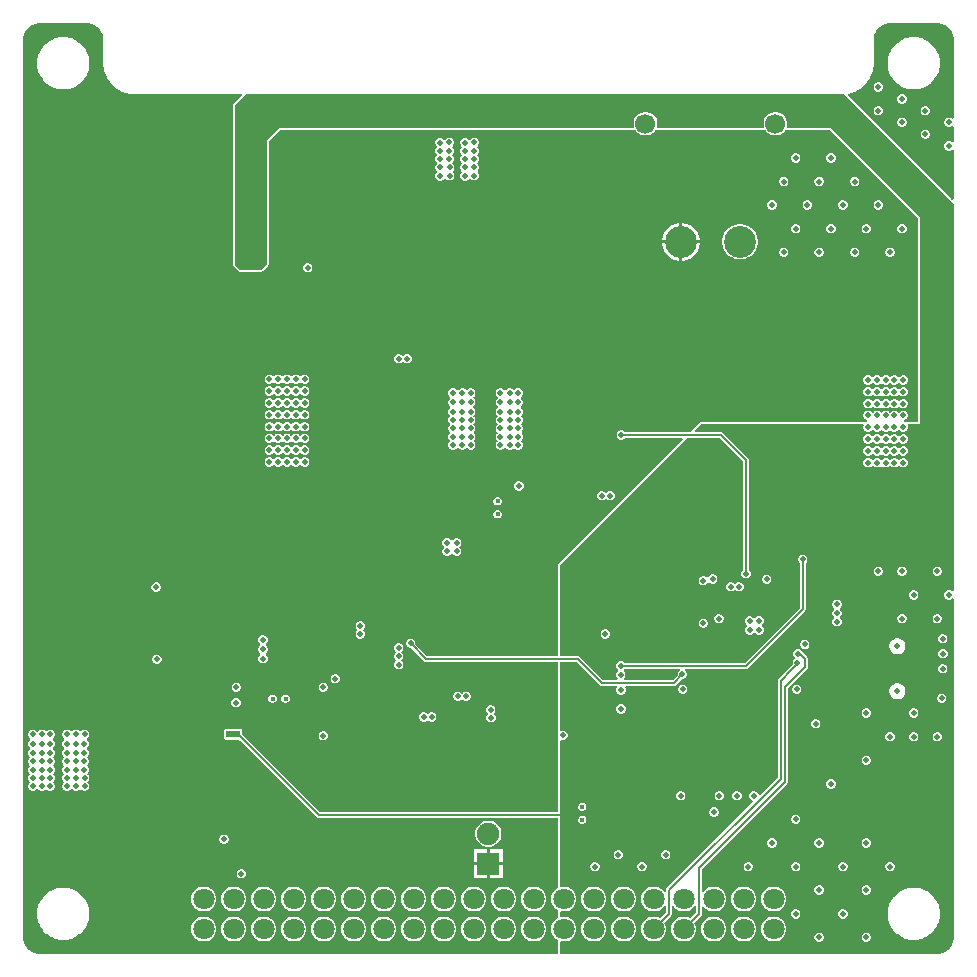
<source format=gbr>
%TF.GenerationSoftware,Altium Limited,Altium Designer,21.6.1 (37)*%
G04 Layer_Physical_Order=3*
G04 Layer_Color=16440176*
%FSLAX45Y45*%
%MOMM*%
%TF.SameCoordinates,308497C2-864B-4A42-B135-7B231B7309CE*%
%TF.FilePolarity,Positive*%
%TF.FileFunction,Copper,L3,Inr,Signal*%
%TF.Part,Single*%
G01*
G75*
%TA.AperFunction,Conductor*%
%ADD60C,0.20000*%
%TA.AperFunction,ComponentPad*%
%ADD78C,1.80000*%
%ADD79C,2.70000*%
%ADD80C,1.70000*%
%ADD81R,1.90000X1.90000*%
%ADD82C,1.90000*%
%ADD83C,0.50000*%
%TA.AperFunction,ViaPad*%
%ADD84C,0.50000*%
%ADD85C,0.40000*%
%TA.AperFunction,Conductor*%
%ADD90R,1.20000X0.60000*%
G36*
X7938826Y6411174D02*
Y3135703D01*
X7926126Y3130442D01*
X7922658Y3133910D01*
X7907956Y3140000D01*
X7892043D01*
X7877342Y3133910D01*
X7866090Y3122658D01*
X7860000Y3107956D01*
Y3092043D01*
X7866090Y3077342D01*
X7877342Y3066090D01*
X7892043Y3060000D01*
X7907956D01*
X7922658Y3066090D01*
X7926126Y3069558D01*
X7938826Y3064297D01*
Y200636D01*
X7938826Y186962D01*
X7933491Y160141D01*
X7923026Y134877D01*
X7907832Y112138D01*
X7888497Y92802D01*
X7865758Y77609D01*
X7840493Y67144D01*
X7813673Y61809D01*
X7800001Y61809D01*
X4602500D01*
Y155163D01*
X4603651Y157943D01*
Y157961D01*
X4603664Y157973D01*
X4605013Y161247D01*
X4616309Y167840D01*
X4623176Y166000D01*
X4650823D01*
X4677528Y173156D01*
X4701471Y186979D01*
X4721021Y206529D01*
X4734844Y230471D01*
X4742000Y257177D01*
Y284823D01*
X4734844Y311528D01*
X4721021Y335471D01*
X4701471Y355021D01*
X4677528Y368844D01*
X4650823Y376000D01*
X4623176D01*
X4616309Y374160D01*
X4605012Y380753D01*
X4603636Y384094D01*
X4603624Y384106D01*
Y384123D01*
X4602500Y386837D01*
Y409163D01*
X4603651Y411943D01*
Y411960D01*
X4603664Y411973D01*
X4605012Y415247D01*
X4616309Y421840D01*
X4623176Y420000D01*
X4650823D01*
X4677528Y427156D01*
X4701471Y440979D01*
X4721021Y460529D01*
X4734844Y484471D01*
X4742000Y511177D01*
Y538823D01*
X4734844Y565528D01*
X4721021Y589471D01*
X4701471Y609021D01*
X4677528Y622844D01*
X4650823Y630000D01*
X4623176D01*
X4616309Y628160D01*
X4605012Y634753D01*
X4603636Y638094D01*
X4603624Y638106D01*
Y638123D01*
X4602500Y640837D01*
Y1212010D01*
Y1861861D01*
X4602707Y1862171D01*
X4603040Y1863846D01*
X4604628Y1866221D01*
X4610551Y1869569D01*
X4617841Y1871167D01*
X4618690Y1871126D01*
X4621408Y1870000D01*
X4637321D01*
X4652022Y1876090D01*
X4663275Y1887342D01*
X4669364Y1902043D01*
Y1917957D01*
X4663275Y1932658D01*
X4652022Y1943910D01*
X4637321Y1950000D01*
X4621408D01*
X4618690Y1948874D01*
X4617841Y1948833D01*
X4610551Y1950431D01*
X4604628Y1953779D01*
X4603040Y1956156D01*
X4602707Y1957829D01*
X4602500Y1958139D01*
Y2532010D01*
X4746942D01*
X4941976Y2336976D01*
X4950245Y2331451D01*
X4960000Y2329510D01*
X5084326D01*
X5089587Y2316810D01*
X5088728Y2315952D01*
X5082639Y2301250D01*
Y2285337D01*
X5088728Y2270636D01*
X5099980Y2259384D01*
X5114682Y2253294D01*
X5130595D01*
X5145297Y2259384D01*
X5156549Y2270636D01*
X5162638Y2285337D01*
Y2301250D01*
X5156549Y2315952D01*
X5155690Y2316810D01*
X5160951Y2329510D01*
X5570000D01*
X5579755Y2331451D01*
X5588024Y2336976D01*
X5638548Y2387500D01*
X5650457D01*
X5665158Y2393590D01*
X5676410Y2404842D01*
X5682500Y2419544D01*
Y2435457D01*
X5676410Y2450158D01*
X5665158Y2461410D01*
X5664194Y2461810D01*
X5666720Y2474510D01*
X6182499D01*
X6192254Y2476450D01*
X6200523Y2481976D01*
X6677388Y2958841D01*
X6682914Y2967110D01*
X6684854Y2976865D01*
Y3368921D01*
X6693275Y3377342D01*
X6699364Y3392044D01*
Y3407957D01*
X6693275Y3422658D01*
X6682022Y3433910D01*
X6667321Y3440000D01*
X6651408D01*
X6636706Y3433910D01*
X6625454Y3422658D01*
X6619364Y3407957D01*
Y3392044D01*
X6625454Y3377342D01*
X6633875Y3368921D01*
Y2987423D01*
X6171941Y2525489D01*
X5152943D01*
X5144523Y2533910D01*
X5129821Y2539999D01*
X5113908D01*
X5099207Y2533910D01*
X5087955Y2522658D01*
X5081865Y2507956D01*
Y2492043D01*
X5087955Y2477342D01*
X5093831Y2471465D01*
X5096265Y2460837D01*
X5093249Y2455453D01*
X5085454Y2447658D01*
X5079364Y2432957D01*
Y2417043D01*
X5085454Y2402342D01*
X5094606Y2393190D01*
X5092288Y2383275D01*
X5090713Y2380490D01*
X4970558D01*
X4775524Y2575524D01*
X4767255Y2581049D01*
X4757500Y2582990D01*
X4602500D01*
Y3338049D01*
X4604784Y3349783D01*
Y3349783D01*
X5454973Y4199973D01*
X5684510Y4429510D01*
X5954442D01*
X6154510Y4229442D01*
Y3311079D01*
X6146090Y3302658D01*
X6140000Y3287957D01*
Y3272043D01*
X6146090Y3257342D01*
X6157342Y3246090D01*
X6172044Y3240000D01*
X6187957D01*
X6202658Y3246090D01*
X6213910Y3257342D01*
X6220000Y3272043D01*
Y3287957D01*
X6213910Y3302658D01*
X6205490Y3311079D01*
Y4240000D01*
X6203549Y4249755D01*
X6198024Y4258024D01*
X5983024Y4473024D01*
X5974755Y4478549D01*
X5965000Y4480490D01*
X5752083D01*
X5747223Y4492223D01*
X5805000Y4550000D01*
X7171202D01*
X7178235Y4537300D01*
X7174364Y4527956D01*
Y4512043D01*
X7180454Y4497342D01*
X7191706Y4486090D01*
X7206408Y4480000D01*
X7222321D01*
X7237022Y4486090D01*
X7243631Y4492698D01*
X7251864Y4495932D01*
X7260098Y4492698D01*
X7266706Y4486090D01*
X7281408Y4480000D01*
X7297321D01*
X7312022Y4486090D01*
X7320399Y4494466D01*
X7328114Y4496233D01*
X7335830Y4494466D01*
X7344206Y4486090D01*
X7358908Y4480000D01*
X7374821D01*
X7389522Y4486090D01*
X7393568Y4490135D01*
X7401865Y4496505D01*
X7410161Y4490135D01*
X7414206Y4486090D01*
X7428908Y4480000D01*
X7444821D01*
X7459523Y4486090D01*
X7466131Y4492698D01*
X7474365Y4495932D01*
X7482598Y4492698D01*
X7489206Y4486090D01*
X7503908Y4480000D01*
X7519821D01*
X7534522Y4486090D01*
X7545775Y4497342D01*
X7551864Y4512043D01*
Y4527956D01*
X7547994Y4537300D01*
X7555026Y4550000D01*
X7650000D01*
Y6300000D01*
X6900000Y7050000D01*
X6537795D01*
X6537793Y7050000D01*
X6536790Y7050579D01*
X6535679Y7050726D01*
X6535679Y7050726D01*
X6534887Y7051518D01*
X6530056Y7053519D01*
X6526520Y7066220D01*
X6529364Y7076835D01*
Y7103165D01*
X6522549Y7128598D01*
X6509384Y7151401D01*
X6490765Y7170020D01*
X6467962Y7183185D01*
X6442529Y7190000D01*
X6416199D01*
X6390766Y7183185D01*
X6367963Y7170020D01*
X6349344Y7151401D01*
X6336179Y7128598D01*
X6329364Y7103165D01*
Y7076835D01*
X6332209Y7066220D01*
X6328673Y7053520D01*
X6323841Y7051518D01*
X6323049Y7050726D01*
X6321940Y7050580D01*
X6320937Y7050002D01*
X6320937Y7050001D01*
X6320935Y7050000D01*
X5437795D01*
X5437794Y7050000D01*
X5436790Y7050579D01*
X5435680Y7050726D01*
X5435679Y7050726D01*
X5434887Y7051518D01*
X5430056Y7053519D01*
X5426520Y7066220D01*
X5429364Y7076835D01*
Y7103165D01*
X5422549Y7128598D01*
X5409384Y7151401D01*
X5390765Y7170020D01*
X5367963Y7183185D01*
X5342530Y7190000D01*
X5316199D01*
X5290766Y7183185D01*
X5267963Y7170020D01*
X5249345Y7151401D01*
X5236179Y7128598D01*
X5229364Y7103165D01*
Y7076835D01*
X5232209Y7066220D01*
X5228673Y7053520D01*
X5223841Y7051518D01*
X5223049Y7050726D01*
X5221940Y7050580D01*
X5220937Y7050002D01*
X5220937Y7050001D01*
X5220935Y7050000D01*
X2225000D01*
X2125000Y6950000D01*
Y6943275D01*
Y5906459D01*
Y5903229D01*
X2122717Y5897717D01*
X2120433Y5895433D01*
X2120433Y5895433D01*
X2079567Y5854567D01*
X2079567Y5854567D01*
X2077283Y5852283D01*
X2071771Y5850000D01*
X1903229D01*
X1897717Y5852283D01*
X1895433Y5854567D01*
X1895433Y5854567D01*
X1854567Y5895433D01*
X1854567Y5895433D01*
X1852283Y5897717D01*
X1850000Y5903229D01*
Y5906459D01*
Y7229084D01*
X1850445Y7231368D01*
X1854568Y7243101D01*
D01*
Y7243102D01*
X1950928Y7339461D01*
X7000000D01*
X7001495Y7339758D01*
X7003003Y7339534D01*
X7010116Y7339884D01*
X7938826Y6411174D01*
D02*
G37*
G36*
X7840494Y7934126D02*
X7865758Y7923661D01*
X7888497Y7908467D01*
X7907833Y7889132D01*
X7923026Y7866393D01*
X7933491Y7841129D01*
X7938826Y7814308D01*
Y7800635D01*
Y7135703D01*
X7926126Y7130442D01*
X7922658Y7133910D01*
X7907956Y7140000D01*
X7892043D01*
X7877342Y7133910D01*
X7866090Y7122658D01*
X7860000Y7107957D01*
Y7092043D01*
X7866090Y7077342D01*
X7877342Y7066090D01*
X7892043Y7060000D01*
X7907956D01*
X7922658Y7066090D01*
X7926126Y7069558D01*
X7938826Y7064297D01*
Y6935703D01*
X7926126Y6930442D01*
X7922658Y6933910D01*
X7907956Y6940000D01*
X7892043D01*
X7877342Y6933910D01*
X7866090Y6922658D01*
X7860000Y6907956D01*
Y6892043D01*
X7866090Y6877342D01*
X7877342Y6866090D01*
X7892043Y6860000D01*
X7907956D01*
X7922658Y6866090D01*
X7926126Y6869558D01*
X7938826Y6864297D01*
Y6450729D01*
X7927093Y6445868D01*
X7042192Y7330770D01*
X7046372Y7344550D01*
X7069992Y7349248D01*
X7075558Y7351554D01*
X7081467Y7352730D01*
X7117690Y7367733D01*
X7122700Y7371081D01*
X7128266Y7373387D01*
X7160865Y7395169D01*
X7165126Y7399429D01*
X7170135Y7402776D01*
X7197859Y7430500D01*
X7201206Y7435509D01*
X7205466Y7439770D01*
X7227248Y7472369D01*
X7229555Y7477936D01*
X7232902Y7482946D01*
X7247905Y7519168D01*
X7249081Y7525077D01*
X7251387Y7530643D01*
X7259036Y7569097D01*
Y7573631D01*
X7260137Y7578030D01*
X7261101Y7597633D01*
X7260877Y7599141D01*
X7261174Y7600635D01*
X7261174Y7800635D01*
X7261174Y7814308D01*
X7266509Y7841129D01*
X7276974Y7866393D01*
X7292167Y7889131D01*
X7311503Y7908467D01*
X7334242Y7923661D01*
X7359506Y7934126D01*
X7386326Y7939460D01*
X7400000D01*
X7800000Y7939461D01*
X7813673D01*
X7840494Y7934126D01*
D02*
G37*
G36*
X613673Y7939461D02*
X640494Y7934126D01*
X665758Y7923661D01*
X688496Y7908468D01*
X707832Y7889132D01*
X723026Y7866393D01*
X733491Y7841129D01*
X738826Y7814308D01*
X738826Y7600635D01*
X739123Y7599141D01*
X738900Y7597634D01*
X739863Y7578031D01*
X740964Y7573632D01*
Y7569097D01*
X748613Y7530644D01*
X750919Y7525077D01*
X752094Y7519168D01*
X767098Y7482945D01*
X770446Y7477935D01*
X772751Y7472369D01*
X794534Y7439769D01*
X798794Y7435509D01*
X802141Y7430499D01*
X829864Y7402776D01*
X834874Y7399429D01*
X839134Y7395169D01*
X871733Y7373386D01*
X877301Y7371080D01*
X882310Y7367733D01*
X918532Y7352729D01*
X924442Y7351554D01*
X930008Y7349248D01*
X968462Y7341599D01*
X972997D01*
X977395Y7340497D01*
X996999Y7339534D01*
X998505Y7339758D01*
X1000000Y7339461D01*
X1911373D01*
X1916233Y7327728D01*
X1840803Y7252298D01*
X1839357Y7248807D01*
X1836881Y7245952D01*
X1836960Y7244845D01*
X1836347Y7243919D01*
X1834063Y7232186D01*
X1834387Y7230589D01*
X1833764Y7229084D01*
Y5903229D01*
X1835000Y5900245D01*
Y5897015D01*
X1837284Y5891503D01*
X1839567Y5889220D01*
X1840803Y5886236D01*
X1886236Y5840803D01*
X1889220Y5839567D01*
X1891503Y5837283D01*
X1897016Y5835000D01*
X1900245D01*
X1903229Y5833764D01*
X2071771D01*
X2074755Y5835000D01*
X2077985D01*
X2083497Y5837283D01*
X2085780Y5839567D01*
X2088764Y5840803D01*
X2134197Y5886236D01*
X2135433Y5889220D01*
X2137717Y5891503D01*
X2140000Y5897016D01*
Y5900245D01*
X2141236Y5903229D01*
Y6943275D01*
X2231725Y7033764D01*
X5220935D01*
X5222867Y7034564D01*
X5223048Y7034489D01*
X5223434Y7034649D01*
X5224056Y7034482D01*
X5225168Y7034628D01*
X5226962Y7035664D01*
X5229052Y7035939D01*
X5230055Y7036518D01*
X5230055Y7036518D01*
X5234887Y7038520D01*
X5239100Y7036938D01*
X5247061Y7032555D01*
X5249345Y7028599D01*
X5267963Y7009980D01*
X5290766Y6996815D01*
X5316199Y6990000D01*
X5342530D01*
X5367963Y6996815D01*
X5390765Y7009980D01*
X5409384Y7028599D01*
X5411668Y7032555D01*
X5419633Y7036939D01*
X5423842Y7038520D01*
X5428673Y7036518D01*
X5429675Y7035940D01*
X5431766Y7035664D01*
X5433561Y7034628D01*
X5434672Y7034482D01*
X5435295Y7034649D01*
X5435680Y7034489D01*
X5435861Y7034565D01*
X5437794Y7033764D01*
X6320935D01*
X6322867Y7034564D01*
X6323048Y7034489D01*
X6323433Y7034649D01*
X6324056Y7034482D01*
X6325168Y7034628D01*
X6326962Y7035664D01*
X6329052Y7035939D01*
X6330054Y7036518D01*
X6330055Y7036518D01*
X6334886Y7038520D01*
X6339099Y7036938D01*
X6347060Y7032555D01*
X6349344Y7028599D01*
X6367963Y7009980D01*
X6390766Y6996815D01*
X6416199Y6990000D01*
X6442529D01*
X6467962Y6996815D01*
X6490765Y7009980D01*
X6509384Y7028599D01*
X6511668Y7032555D01*
X6519633Y7036939D01*
X6523842Y7038520D01*
X6528673Y7036518D01*
X6529675Y7035940D01*
X6531766Y7035664D01*
X6533561Y7034628D01*
X6534672Y7034482D01*
X6535295Y7034649D01*
X6535680Y7034489D01*
X6535861Y7034565D01*
X6537794Y7033764D01*
X6893275D01*
X7633764Y6293275D01*
Y4567500D01*
X7520303D01*
X7519821Y4580000D01*
X7534522Y4586090D01*
X7545775Y4597342D01*
X7551864Y4612043D01*
Y4627956D01*
X7545775Y4642658D01*
X7534522Y4653910D01*
X7519821Y4660000D01*
X7503908D01*
X7489206Y4653910D01*
X7482598Y4647302D01*
X7474364Y4644068D01*
X7466131Y4647302D01*
X7459523Y4653910D01*
X7444821Y4660000D01*
X7428908D01*
X7414206Y4653910D01*
X7410161Y4649865D01*
X7401864Y4643495D01*
X7393568Y4649865D01*
X7389522Y4653910D01*
X7374821Y4660000D01*
X7358908D01*
X7344206Y4653910D01*
X7335830Y4645534D01*
X7328114Y4643767D01*
X7320399Y4645534D01*
X7312022Y4653910D01*
X7297321Y4660000D01*
X7281408D01*
X7266706Y4653910D01*
X7260098Y4647302D01*
X7251864Y4644068D01*
X7243631Y4647302D01*
X7237022Y4653910D01*
X7222321Y4660000D01*
X7206408D01*
X7191706Y4653910D01*
X7180454Y4642658D01*
X7174364Y4627956D01*
Y4612043D01*
X7180454Y4597342D01*
X7191706Y4586090D01*
X7206407Y4580000D01*
X7205925Y4567500D01*
X5795000Y4567500D01*
X5707990Y4480490D01*
X5156079D01*
X5147658Y4488910D01*
X5132956Y4495000D01*
X5117043D01*
X5102342Y4488910D01*
X5091090Y4477658D01*
X5085000Y4462957D01*
Y4447043D01*
X5091090Y4432342D01*
X5102342Y4421090D01*
X5117043Y4415000D01*
X5132956D01*
X5147658Y4421090D01*
X5156079Y4429510D01*
X5640417D01*
X5645277Y4417777D01*
X4590000Y3362500D01*
Y3355631D01*
X4589381Y3354917D01*
X4589460Y3353810D01*
X4588847Y3352885D01*
X4586563Y3341151D01*
X4586887Y3339554D01*
X4586264Y3338049D01*
Y2582990D01*
X3483058D01*
X3380284Y2685763D01*
Y2697672D01*
X3374194Y2712374D01*
X3362942Y2723626D01*
X3348241Y2729716D01*
X3332328D01*
X3317626Y2723626D01*
X3306374Y2712374D01*
X3300284Y2697672D01*
Y2681759D01*
X3306374Y2667058D01*
X3317626Y2655805D01*
X3332328Y2649716D01*
X3344236D01*
X3454476Y2539476D01*
X3462745Y2533951D01*
X3472500Y2532010D01*
X4586264D01*
Y1958139D01*
X4586931Y1956528D01*
X4586795Y1956199D01*
X4586993Y1955720D01*
X4586783Y1954662D01*
X4587107Y1953031D01*
X4588521Y1950915D01*
X4588514Y1950860D01*
X4588704Y1950611D01*
X4589001Y1949118D01*
X4589208Y1948808D01*
X4590000Y1948279D01*
Y1919490D01*
X4589364Y1917957D01*
Y1902043D01*
X4590000Y1900510D01*
Y1871721D01*
X4589208Y1871192D01*
X4589001Y1870882D01*
X4588704Y1869391D01*
X4588514Y1869142D01*
X4588522Y1869086D01*
X4587108Y1866971D01*
X4586783Y1865339D01*
X4586994Y1864279D01*
X4586796Y1863800D01*
X4586931Y1863472D01*
X4586264Y1861861D01*
Y1262990D01*
X2573058D01*
X1916236Y1919812D01*
Y1950000D01*
X1911481Y1961480D01*
X1900000Y1966236D01*
X1780000D01*
X1768519Y1961480D01*
X1763764Y1950000D01*
Y1890000D01*
X1768519Y1878519D01*
X1780000Y1873764D01*
X1890188D01*
X2544476Y1219476D01*
X2552746Y1213951D01*
X2562500Y1212010D01*
X4586264D01*
Y637608D01*
X4588624Y631911D01*
X4590000Y628569D01*
Y619108D01*
X4572529Y609021D01*
X4552979Y589471D01*
X4539156Y565528D01*
X4532000Y538823D01*
Y511177D01*
X4539156Y484471D01*
X4552979Y460529D01*
X4572529Y440979D01*
X4590000Y430892D01*
Y421430D01*
X4588651Y418156D01*
X4586264Y412392D01*
Y383608D01*
X4588624Y377911D01*
X4590000Y374569D01*
Y365108D01*
X4572529Y355021D01*
X4552979Y335471D01*
X4539156Y311528D01*
X4532000Y284823D01*
Y257177D01*
X4539156Y230471D01*
X4552979Y206529D01*
X4572529Y186979D01*
X4590000Y176892D01*
Y167430D01*
X4588651Y164156D01*
X4586264Y158392D01*
Y61809D01*
X200001D01*
X186327Y61809D01*
X159506Y67144D01*
X134241Y77609D01*
X111503Y92803D01*
X92168Y112138D01*
X76974Y134877D01*
X66509Y160141D01*
X61174Y186961D01*
Y200635D01*
X61174Y7800635D01*
X61174Y7814308D01*
X66509Y7841128D01*
X76974Y7866393D01*
X92167Y7889132D01*
X111503Y7908467D01*
X134241Y7923661D01*
X159506Y7934126D01*
X186326Y7939460D01*
X200000D01*
X599999Y7939461D01*
X613673Y7939461D01*
D02*
G37*
G36*
X5620806Y2461810D02*
X5619842Y2461410D01*
X5608590Y2450158D01*
X5602500Y2435457D01*
Y2423548D01*
X5559442Y2380490D01*
X5148016D01*
X5146441Y2383275D01*
X5144123Y2393190D01*
X5153275Y2402342D01*
X5159364Y2417043D01*
Y2432957D01*
X5153275Y2447658D01*
X5147399Y2453534D01*
X5144964Y2464162D01*
X5147980Y2469546D01*
X5152943Y2474510D01*
X5618280D01*
X5620806Y2461810D01*
D02*
G37*
%LPC*%
G36*
X7519821Y4460000D02*
X7503908D01*
X7489206Y4453910D01*
X7482598Y4447302D01*
X7474364Y4444068D01*
X7466131Y4447302D01*
X7459523Y4453910D01*
X7444821Y4460000D01*
X7428908D01*
X7414206Y4453910D01*
X7410161Y4449865D01*
X7401864Y4443495D01*
X7393568Y4449865D01*
X7389522Y4453910D01*
X7374821Y4460000D01*
X7358908D01*
X7344206Y4453910D01*
X7335830Y4445534D01*
X7328114Y4443767D01*
X7320399Y4445534D01*
X7312022Y4453910D01*
X7297321Y4460000D01*
X7281408D01*
X7266706Y4453910D01*
X7260098Y4447302D01*
X7251864Y4444068D01*
X7243631Y4447302D01*
X7237022Y4453910D01*
X7222321Y4460000D01*
X7206408D01*
X7191706Y4453910D01*
X7180454Y4442658D01*
X7174364Y4427957D01*
Y4412044D01*
X7180454Y4397342D01*
X7191706Y4386090D01*
X7206408Y4380000D01*
X7222321D01*
X7237022Y4386090D01*
X7243631Y4392698D01*
X7251864Y4395932D01*
X7260098Y4392698D01*
X7266706Y4386090D01*
X7281408Y4380000D01*
X7297321D01*
X7312022Y4386090D01*
X7320399Y4394466D01*
X7328114Y4396233D01*
X7335830Y4394466D01*
X7344206Y4386090D01*
X7358908Y4380000D01*
X7374821D01*
X7389522Y4386090D01*
X7393568Y4390135D01*
X7401865Y4396505D01*
X7410161Y4390135D01*
X7414206Y4386090D01*
X7428908Y4380000D01*
X7444821D01*
X7459523Y4386090D01*
X7466131Y4392698D01*
X7474365Y4395932D01*
X7482598Y4392698D01*
X7489206Y4386090D01*
X7503908Y4380000D01*
X7519821D01*
X7534522Y4386090D01*
X7545775Y4397342D01*
X7551864Y4412044D01*
Y4427957D01*
X7545775Y4442658D01*
X7534522Y4453910D01*
X7519821Y4460000D01*
D02*
G37*
G36*
Y4360000D02*
X7503908D01*
X7489206Y4353910D01*
X7482598Y4347302D01*
X7474364Y4344068D01*
X7466131Y4347302D01*
X7459523Y4353910D01*
X7444821Y4360000D01*
X7428908D01*
X7414206Y4353910D01*
X7410161Y4349865D01*
X7401864Y4343495D01*
X7393568Y4349865D01*
X7389522Y4353910D01*
X7374821Y4360000D01*
X7358908D01*
X7344206Y4353910D01*
X7335830Y4345534D01*
X7328114Y4343767D01*
X7320399Y4345534D01*
X7312022Y4353910D01*
X7297321Y4360000D01*
X7281408D01*
X7266706Y4353910D01*
X7260098Y4347302D01*
X7251864Y4344068D01*
X7243631Y4347302D01*
X7237022Y4353910D01*
X7222321Y4360000D01*
X7206408D01*
X7191706Y4353910D01*
X7180454Y4342658D01*
X7174364Y4327957D01*
Y4312043D01*
X7180454Y4297342D01*
X7191706Y4286090D01*
X7206408Y4280000D01*
X7222321D01*
X7237022Y4286090D01*
X7243631Y4292698D01*
X7251864Y4295932D01*
X7260098Y4292698D01*
X7266706Y4286090D01*
X7281408Y4280000D01*
X7297321D01*
X7312022Y4286090D01*
X7320399Y4294466D01*
X7328114Y4296233D01*
X7335830Y4294466D01*
X7344206Y4286090D01*
X7358908Y4280000D01*
X7374821D01*
X7389522Y4286090D01*
X7393568Y4290135D01*
X7401865Y4296505D01*
X7410161Y4290135D01*
X7414206Y4286090D01*
X7428908Y4280000D01*
X7444821D01*
X7459523Y4286090D01*
X7466131Y4292698D01*
X7474365Y4295932D01*
X7482598Y4292698D01*
X7489206Y4286090D01*
X7503908Y4280000D01*
X7519821D01*
X7534522Y4286090D01*
X7545775Y4297342D01*
X7551864Y4312043D01*
Y4327957D01*
X7545775Y4342658D01*
X7534522Y4353910D01*
X7519821Y4360000D01*
D02*
G37*
G36*
Y4260000D02*
X7503908D01*
X7489206Y4253910D01*
X7482598Y4247302D01*
X7474364Y4244068D01*
X7466131Y4247302D01*
X7459523Y4253910D01*
X7444821Y4260000D01*
X7428908D01*
X7414206Y4253910D01*
X7410161Y4249865D01*
X7401864Y4243495D01*
X7393568Y4249865D01*
X7389522Y4253910D01*
X7374821Y4260000D01*
X7358908D01*
X7344206Y4253910D01*
X7335830Y4245534D01*
X7328114Y4243767D01*
X7320399Y4245534D01*
X7312022Y4253910D01*
X7297321Y4260000D01*
X7281408D01*
X7266706Y4253910D01*
X7260098Y4247302D01*
X7251864Y4244068D01*
X7243631Y4247302D01*
X7237022Y4253910D01*
X7222321Y4260000D01*
X7206408D01*
X7191706Y4253910D01*
X7180454Y4242658D01*
X7174364Y4227956D01*
Y4212043D01*
X7180454Y4197342D01*
X7191706Y4186090D01*
X7206408Y4180000D01*
X7222321D01*
X7237022Y4186090D01*
X7243631Y4192698D01*
X7251864Y4195932D01*
X7260098Y4192698D01*
X7266706Y4186090D01*
X7281408Y4180000D01*
X7297321D01*
X7312022Y4186090D01*
X7320399Y4194466D01*
X7328114Y4196233D01*
X7335830Y4194466D01*
X7344206Y4186090D01*
X7358908Y4180000D01*
X7374821D01*
X7389522Y4186090D01*
X7393568Y4190135D01*
X7401865Y4196505D01*
X7410161Y4190135D01*
X7414206Y4186090D01*
X7428908Y4180000D01*
X7444821D01*
X7459523Y4186090D01*
X7466131Y4192698D01*
X7474365Y4195932D01*
X7482598Y4192698D01*
X7489206Y4186090D01*
X7503908Y4180000D01*
X7519821D01*
X7534522Y4186090D01*
X7545775Y4197342D01*
X7551864Y4212043D01*
Y4227956D01*
X7545775Y4242658D01*
X7534522Y4253910D01*
X7519821Y4260000D01*
D02*
G37*
G36*
X7807956Y3340000D02*
X7792043D01*
X7777342Y3333910D01*
X7766090Y3322658D01*
X7760000Y3307957D01*
Y3292043D01*
X7766090Y3277342D01*
X7777342Y3266090D01*
X7792043Y3260000D01*
X7807956D01*
X7822658Y3266090D01*
X7833910Y3277342D01*
X7840000Y3292043D01*
Y3307957D01*
X7833910Y3322658D01*
X7822658Y3333910D01*
X7807956Y3340000D01*
D02*
G37*
G36*
X7507957D02*
X7492043D01*
X7477342Y3333910D01*
X7466090Y3322658D01*
X7460000Y3307957D01*
Y3292043D01*
X7466090Y3277342D01*
X7477342Y3266090D01*
X7492043Y3260000D01*
X7507957D01*
X7522658Y3266090D01*
X7533910Y3277342D01*
X7540000Y3292043D01*
Y3307957D01*
X7533910Y3322658D01*
X7522658Y3333910D01*
X7507957Y3340000D01*
D02*
G37*
G36*
X7307956D02*
X7292043D01*
X7277342Y3333910D01*
X7266090Y3322658D01*
X7260000Y3307957D01*
Y3292043D01*
X7266090Y3277342D01*
X7277342Y3266090D01*
X7292043Y3260000D01*
X7307956D01*
X7322658Y3266090D01*
X7333910Y3277342D01*
X7340000Y3292043D01*
Y3307957D01*
X7333910Y3322658D01*
X7322658Y3333910D01*
X7307956Y3340000D01*
D02*
G37*
G36*
X5905494Y3275673D02*
X5889581D01*
X5874880Y3269583D01*
X5863627Y3258331D01*
X5861451Y3253078D01*
X5846470Y3250098D01*
X5842658Y3253910D01*
X5827957Y3260000D01*
X5812043D01*
X5797342Y3253910D01*
X5786090Y3242658D01*
X5780000Y3227956D01*
Y3212043D01*
X5786090Y3197342D01*
X5797342Y3186090D01*
X5812043Y3180000D01*
X5827957D01*
X5842658Y3186090D01*
X5853910Y3197342D01*
X5856086Y3202595D01*
X5871067Y3205575D01*
X5874880Y3201762D01*
X5889581Y3195673D01*
X5905494D01*
X5920196Y3201762D01*
X5931448Y3213015D01*
X5937538Y3227716D01*
Y3243629D01*
X5931448Y3258331D01*
X5920196Y3269583D01*
X5905494Y3275673D01*
D02*
G37*
G36*
X6127321Y3210000D02*
X6111408D01*
X6096706Y3203910D01*
X6092979Y3200183D01*
X6084682Y3193299D01*
X6076386Y3200183D01*
X6072658Y3203910D01*
X6057957Y3210000D01*
X6042044D01*
X6027342Y3203910D01*
X6016090Y3192658D01*
X6010000Y3177957D01*
Y3162043D01*
X6016090Y3147342D01*
X6027342Y3136090D01*
X6042044Y3130000D01*
X6057957D01*
X6072658Y3136090D01*
X6076386Y3139817D01*
X6084682Y3146701D01*
X6092979Y3139817D01*
X6096706Y3136090D01*
X6111408Y3130000D01*
X6127321D01*
X6142023Y3136090D01*
X6153275Y3147342D01*
X6159364Y3162043D01*
Y3177957D01*
X6153275Y3192658D01*
X6142023Y3203910D01*
X6127321Y3210000D01*
D02*
G37*
G36*
X6362957Y3272500D02*
X6347043D01*
X6332342Y3266410D01*
X6321090Y3255158D01*
X6315000Y3240456D01*
Y3224543D01*
X6321090Y3209842D01*
X6332342Y3198589D01*
X6347043Y3192500D01*
X6362957D01*
X6377658Y3198589D01*
X6388910Y3209842D01*
X6395000Y3224543D01*
Y3240456D01*
X6388910Y3255158D01*
X6377658Y3266410D01*
X6362957Y3272500D01*
D02*
G37*
G36*
X7607957Y3140000D02*
X7592043D01*
X7577342Y3133910D01*
X7566090Y3122658D01*
X7560000Y3107956D01*
Y3092043D01*
X7566090Y3077342D01*
X7577342Y3066090D01*
X7592043Y3060000D01*
X7607957D01*
X7622658Y3066090D01*
X7633910Y3077342D01*
X7640000Y3092043D01*
Y3107956D01*
X7633910Y3122658D01*
X7622658Y3133910D01*
X7607957Y3140000D01*
D02*
G37*
G36*
X6297956Y2920000D02*
X6282043D01*
X6267342Y2913910D01*
X6257198Y2903766D01*
X6250000Y2903166D01*
X6242802Y2903766D01*
X6232658Y2913910D01*
X6217957Y2920000D01*
X6202043D01*
X6187342Y2913910D01*
X6176090Y2902658D01*
X6170000Y2887957D01*
Y2872044D01*
X6176090Y2857342D01*
X6185198Y2848234D01*
X6187114Y2843356D01*
X6186234Y2832802D01*
X6178590Y2825158D01*
X6172500Y2810457D01*
Y2794544D01*
X6178590Y2779842D01*
X6189842Y2768590D01*
X6204543Y2762500D01*
X6220456D01*
X6235158Y2768590D01*
X6245302Y2778734D01*
X6252500Y2779334D01*
X6259698Y2778734D01*
X6269842Y2768590D01*
X6284543Y2762500D01*
X6300456D01*
X6315158Y2768590D01*
X6326410Y2779842D01*
X6332500Y2794544D01*
Y2810457D01*
X6326410Y2825158D01*
X6317302Y2834267D01*
X6315386Y2839144D01*
X6316266Y2849698D01*
X6323910Y2857342D01*
X6330000Y2872044D01*
Y2887957D01*
X6323910Y2902658D01*
X6312658Y2913910D01*
X6297956Y2920000D01*
D02*
G37*
G36*
X7807956Y2940000D02*
X7792043D01*
X7777342Y2933910D01*
X7766090Y2922658D01*
X7760000Y2907957D01*
Y2892043D01*
X7766090Y2877342D01*
X7777342Y2866090D01*
X7792043Y2860000D01*
X7807956D01*
X7822658Y2866090D01*
X7833910Y2877342D01*
X7840000Y2892043D01*
Y2907957D01*
X7833910Y2922658D01*
X7822658Y2933910D01*
X7807956Y2940000D01*
D02*
G37*
G36*
X7507957D02*
X7492043D01*
X7477342Y2933910D01*
X7466090Y2922658D01*
X7460000Y2907957D01*
Y2892043D01*
X7466090Y2877342D01*
X7477342Y2866090D01*
X7492043Y2860000D01*
X7507957D01*
X7522658Y2866090D01*
X7533910Y2877342D01*
X7540000Y2892043D01*
Y2907957D01*
X7533910Y2922658D01*
X7522658Y2933910D01*
X7507957Y2940000D01*
D02*
G37*
G36*
X5957957D02*
X5942043D01*
X5927342Y2933910D01*
X5916090Y2922658D01*
X5910000Y2907957D01*
Y2892043D01*
X5916090Y2877342D01*
X5927342Y2866090D01*
X5942043Y2860000D01*
X5957957D01*
X5972658Y2866090D01*
X5983910Y2877342D01*
X5990000Y2892043D01*
Y2907957D01*
X5983910Y2922658D01*
X5972658Y2933910D01*
X5957957Y2940000D01*
D02*
G37*
G36*
X6957957Y3060000D02*
X6942044D01*
X6927342Y3053910D01*
X6916090Y3042658D01*
X6910000Y3027957D01*
Y3012044D01*
X6916090Y2997342D01*
X6922698Y2990733D01*
X6925932Y2982500D01*
X6922698Y2974267D01*
X6916090Y2967658D01*
X6910000Y2952957D01*
Y2937043D01*
X6916090Y2922342D01*
X6921385Y2917047D01*
X6926031Y2908750D01*
X6921385Y2900453D01*
X6916090Y2895158D01*
X6910000Y2880457D01*
Y2864543D01*
X6916090Y2849842D01*
X6927342Y2838590D01*
X6942044Y2832500D01*
X6957957D01*
X6972658Y2838590D01*
X6983910Y2849842D01*
X6990000Y2864543D01*
Y2880457D01*
X6983910Y2895158D01*
X6978615Y2900453D01*
X6973969Y2908750D01*
X6978615Y2917047D01*
X6983910Y2922342D01*
X6990000Y2937043D01*
Y2952957D01*
X6983910Y2967658D01*
X6977302Y2974267D01*
X6974068Y2982500D01*
X6977302Y2990733D01*
X6983910Y2997342D01*
X6990000Y3012044D01*
Y3027957D01*
X6983910Y3042658D01*
X6972658Y3053910D01*
X6957957Y3060000D01*
D02*
G37*
G36*
X5827957Y2900000D02*
X5812043D01*
X5797342Y2893910D01*
X5786090Y2882658D01*
X5780000Y2867957D01*
Y2852044D01*
X5786090Y2837342D01*
X5797342Y2826090D01*
X5812043Y2820000D01*
X5827957D01*
X5842658Y2826090D01*
X5853910Y2837342D01*
X5860000Y2852044D01*
Y2867957D01*
X5853910Y2882658D01*
X5842658Y2893910D01*
X5827957Y2900000D01*
D02*
G37*
G36*
X4997321Y2810000D02*
X4981408D01*
X4966706Y2803910D01*
X4955454Y2792658D01*
X4949364Y2777957D01*
Y2762043D01*
X4955454Y2747342D01*
X4966706Y2736090D01*
X4981408Y2730000D01*
X4997321D01*
X5012022Y2736090D01*
X5023275Y2747342D01*
X5029364Y2762043D01*
Y2777957D01*
X5023275Y2792658D01*
X5012022Y2803910D01*
X4997321Y2810000D01*
D02*
G37*
G36*
X7852957Y2770000D02*
X7837044D01*
X7822342Y2763910D01*
X7811090Y2752658D01*
X7805000Y2737956D01*
Y2722043D01*
X7811090Y2707342D01*
X7822342Y2696090D01*
X7837044Y2690000D01*
X7852957D01*
X7867658Y2696090D01*
X7878910Y2707342D01*
X7885000Y2722043D01*
Y2737956D01*
X7878910Y2752658D01*
X7867658Y2763910D01*
X7852957Y2770000D01*
D02*
G37*
G36*
X6684821Y2720000D02*
X6668908D01*
X6654206Y2713910D01*
X6642954Y2702658D01*
X6636864Y2687957D01*
Y2672043D01*
X6642954Y2657342D01*
X6654206Y2646090D01*
X6668908Y2640000D01*
X6684821D01*
X6699522Y2646090D01*
X6710774Y2657342D01*
X6716864Y2672043D01*
Y2687957D01*
X6710774Y2702658D01*
X6699522Y2713910D01*
X6684821Y2720000D01*
D02*
G37*
G36*
X7471462Y2733000D02*
X7453689D01*
X7436522Y2728400D01*
X7421130Y2719513D01*
X7408563Y2706946D01*
X7399676Y2691554D01*
X7395076Y2674386D01*
Y2656613D01*
X7399676Y2639446D01*
X7408563Y2624054D01*
X7421130Y2611487D01*
X7436522Y2602600D01*
X7453689Y2598000D01*
X7471462D01*
X7488630Y2602600D01*
X7504022Y2611487D01*
X7516589Y2624054D01*
X7525476Y2639446D01*
X7530076Y2656613D01*
Y2674386D01*
X7525476Y2691554D01*
X7516589Y2706946D01*
X7504022Y2719513D01*
X7488630Y2728400D01*
X7471462Y2733000D01*
D02*
G37*
G36*
X7855456Y2642500D02*
X7839543D01*
X7824842Y2636410D01*
X7813590Y2625158D01*
X7807500Y2610457D01*
Y2594543D01*
X7813590Y2579842D01*
X7824842Y2568590D01*
X7839543Y2562500D01*
X7855456D01*
X7870158Y2568590D01*
X7881410Y2579842D01*
X7887500Y2594543D01*
Y2610457D01*
X7881410Y2625158D01*
X7870158Y2636410D01*
X7855456Y2642500D01*
D02*
G37*
G36*
X7852957Y2515000D02*
X7837044D01*
X7822342Y2508910D01*
X7811090Y2497658D01*
X7805000Y2482956D01*
Y2467043D01*
X7811090Y2452342D01*
X7822342Y2441090D01*
X7837044Y2435000D01*
X7852957D01*
X7867658Y2441090D01*
X7878910Y2452342D01*
X7885000Y2467043D01*
Y2482956D01*
X7878910Y2497658D01*
X7867658Y2508910D01*
X7852957Y2515000D01*
D02*
G37*
G36*
X6617957Y2340000D02*
X6602043D01*
X6587342Y2333910D01*
X6576090Y2322658D01*
X6570000Y2307957D01*
Y2292043D01*
X6576090Y2277342D01*
X6587342Y2266090D01*
X6602043Y2260000D01*
X6617957D01*
X6632658Y2266090D01*
X6643910Y2277342D01*
X6650000Y2292043D01*
Y2307957D01*
X6643910Y2322658D01*
X6632658Y2333910D01*
X6617957Y2340000D01*
D02*
G37*
G36*
X5652321D02*
X5636408D01*
X5621706Y2333910D01*
X5610454Y2322658D01*
X5604364Y2307957D01*
Y2292043D01*
X5610454Y2277342D01*
X5621706Y2266090D01*
X5636408Y2260000D01*
X5652321D01*
X5667022Y2266090D01*
X5678275Y2277342D01*
X5684364Y2292043D01*
Y2307957D01*
X5678275Y2322658D01*
X5667022Y2333910D01*
X5652321Y2340000D01*
D02*
G37*
G36*
X7471462Y2352000D02*
X7453689D01*
X7436522Y2347400D01*
X7421130Y2338513D01*
X7408563Y2325946D01*
X7399676Y2310554D01*
X7395076Y2293386D01*
Y2275613D01*
X7399676Y2258446D01*
X7408563Y2243054D01*
X7421130Y2230487D01*
X7436522Y2221600D01*
X7453689Y2217000D01*
X7471462D01*
X7488630Y2221600D01*
X7504022Y2230487D01*
X7516589Y2243054D01*
X7525476Y2258446D01*
X7530076Y2275613D01*
Y2293386D01*
X7525476Y2310554D01*
X7516589Y2325946D01*
X7504022Y2338513D01*
X7488630Y2347400D01*
X7471462Y2352000D01*
D02*
G37*
G36*
X7845456Y2265000D02*
X7829543D01*
X7814842Y2258910D01*
X7803590Y2247658D01*
X7797500Y2232957D01*
Y2217044D01*
X7803590Y2202342D01*
X7814842Y2191090D01*
X7829543Y2185000D01*
X7845456D01*
X7860158Y2191090D01*
X7871410Y2202342D01*
X7877500Y2217044D01*
Y2232957D01*
X7871410Y2247658D01*
X7860158Y2258910D01*
X7845456Y2265000D01*
D02*
G37*
G36*
X5130605Y2173284D02*
X5114692D01*
X5099991Y2167195D01*
X5088739Y2155943D01*
X5082649Y2141241D01*
Y2125328D01*
X5088739Y2110626D01*
X5099991Y2099374D01*
X5114692Y2093285D01*
X5130605D01*
X5145307Y2099374D01*
X5156559Y2110626D01*
X5162649Y2125328D01*
Y2141241D01*
X5156559Y2155943D01*
X5145307Y2167195D01*
X5130605Y2173284D01*
D02*
G37*
G36*
X7607957Y2140000D02*
X7592043D01*
X7577342Y2133910D01*
X7566090Y2122658D01*
X7560000Y2107957D01*
Y2092044D01*
X7566090Y2077342D01*
X7577342Y2066090D01*
X7592043Y2060000D01*
X7607957D01*
X7622658Y2066090D01*
X7633910Y2077342D01*
X7640000Y2092044D01*
Y2107957D01*
X7633910Y2122658D01*
X7622658Y2133910D01*
X7607957Y2140000D01*
D02*
G37*
G36*
X7207957D02*
X7192044D01*
X7177342Y2133910D01*
X7166090Y2122658D01*
X7160000Y2107957D01*
Y2092044D01*
X7166090Y2077342D01*
X7177342Y2066090D01*
X7192044Y2060000D01*
X7207957D01*
X7222658Y2066090D01*
X7233910Y2077342D01*
X7240000Y2092044D01*
Y2107957D01*
X7233910Y2122658D01*
X7222658Y2133910D01*
X7207957Y2140000D01*
D02*
G37*
G36*
X6777321Y2050000D02*
X6761408D01*
X6746706Y2043910D01*
X6735454Y2032658D01*
X6729364Y2017957D01*
Y2002043D01*
X6735454Y1987342D01*
X6746706Y1976090D01*
X6761408Y1970000D01*
X6777321D01*
X6792022Y1976090D01*
X6803275Y1987342D01*
X6809364Y2002043D01*
Y2017957D01*
X6803275Y2032658D01*
X6792022Y2043910D01*
X6777321Y2050000D01*
D02*
G37*
G36*
X7807956Y1940000D02*
X7792043D01*
X7777342Y1933910D01*
X7766090Y1922658D01*
X7760000Y1907957D01*
Y1892043D01*
X7766090Y1877342D01*
X7777342Y1866090D01*
X7792043Y1860000D01*
X7807956D01*
X7822658Y1866090D01*
X7833910Y1877342D01*
X7840000Y1892043D01*
Y1907957D01*
X7833910Y1922658D01*
X7822658Y1933910D01*
X7807956Y1940000D01*
D02*
G37*
G36*
X7607957D02*
X7592043D01*
X7577342Y1933910D01*
X7566090Y1922658D01*
X7560000Y1907957D01*
Y1892043D01*
X7566090Y1877342D01*
X7577342Y1866090D01*
X7592043Y1860000D01*
X7607957D01*
X7622658Y1866090D01*
X7633910Y1877342D01*
X7640000Y1892043D01*
Y1907957D01*
X7633910Y1922658D01*
X7622658Y1933910D01*
X7607957Y1940000D01*
D02*
G37*
G36*
X7407956D02*
X7392043D01*
X7377342Y1933910D01*
X7366090Y1922658D01*
X7360000Y1907957D01*
Y1892043D01*
X7366090Y1877342D01*
X7377342Y1866090D01*
X7392043Y1860000D01*
X7407956D01*
X7422658Y1866090D01*
X7433910Y1877342D01*
X7440000Y1892043D01*
Y1907957D01*
X7433910Y1922658D01*
X7422658Y1933910D01*
X7407956Y1940000D01*
D02*
G37*
G36*
X7207957Y1740000D02*
X7192044D01*
X7177342Y1733910D01*
X7166090Y1722658D01*
X7160000Y1707956D01*
Y1692043D01*
X7166090Y1677342D01*
X7177342Y1666090D01*
X7192044Y1660000D01*
X7207957D01*
X7222658Y1666090D01*
X7233910Y1677342D01*
X7240000Y1692043D01*
Y1707956D01*
X7233910Y1722658D01*
X7222658Y1733910D01*
X7207957Y1740000D01*
D02*
G37*
G36*
X6907956Y1540000D02*
X6892043D01*
X6877342Y1533910D01*
X6866090Y1522658D01*
X6860000Y1507957D01*
Y1492043D01*
X6866090Y1477342D01*
X6877342Y1466090D01*
X6892043Y1460000D01*
X6907956D01*
X6922658Y1466090D01*
X6933910Y1477342D01*
X6940000Y1492043D01*
Y1507957D01*
X6933910Y1522658D01*
X6922658Y1533910D01*
X6907956Y1540000D01*
D02*
G37*
G36*
X6627321Y2640000D02*
X6611408D01*
X6596706Y2633910D01*
X6585454Y2622658D01*
X6579364Y2607956D01*
Y2592043D01*
X6585454Y2577342D01*
X6592063Y2570733D01*
X6593029Y2559142D01*
X6590964Y2555239D01*
X6581919Y2546194D01*
X6575829Y2531492D01*
Y2515579D01*
X6576727Y2513411D01*
X6543570Y2480253D01*
X6543569Y2480253D01*
X6454476Y2391160D01*
X6448951Y2382891D01*
X6447010Y2373136D01*
Y1555558D01*
X6296097Y1404645D01*
X6283510Y1410019D01*
X6278274Y1422658D01*
X6267022Y1433910D01*
X6252321Y1440000D01*
X6236408D01*
X6221706Y1433910D01*
X6210454Y1422658D01*
X6204364Y1407957D01*
Y1392043D01*
X6210454Y1377342D01*
X6221706Y1366090D01*
X6234346Y1360854D01*
X6239719Y1348267D01*
X5506976Y615524D01*
X5501451Y607255D01*
X5499510Y597500D01*
Y586310D01*
X5486810Y582907D01*
X5483021Y589471D01*
X5463471Y609021D01*
X5439528Y622844D01*
X5412823Y630000D01*
X5385176D01*
X5358471Y622844D01*
X5334529Y609021D01*
X5314979Y589471D01*
X5301156Y565528D01*
X5294000Y538823D01*
Y511177D01*
X5301156Y484471D01*
X5314979Y460529D01*
X5334529Y440979D01*
X5358471Y427156D01*
X5385176Y420000D01*
X5412823D01*
X5439528Y427156D01*
X5463471Y440979D01*
X5483021Y460529D01*
X5486810Y467093D01*
X5499510Y463690D01*
Y407558D01*
X5453012Y361059D01*
X5439528Y368844D01*
X5412823Y376000D01*
X5385176D01*
X5358471Y368844D01*
X5334529Y355021D01*
X5314979Y335471D01*
X5301156Y311528D01*
X5294000Y284823D01*
Y257177D01*
X5301156Y230471D01*
X5314979Y206529D01*
X5334529Y186979D01*
X5358471Y173156D01*
X5385176Y166000D01*
X5412823D01*
X5439528Y173156D01*
X5463471Y186979D01*
X5483021Y206529D01*
X5496844Y230471D01*
X5504000Y257177D01*
Y284823D01*
X5496844Y311528D01*
X5489059Y325012D01*
X5543024Y378976D01*
X5548549Y387246D01*
X5550490Y397000D01*
Y467153D01*
X5563190Y470556D01*
X5568979Y460529D01*
X5588529Y440979D01*
X5612471Y427156D01*
X5639176Y420000D01*
X5666823D01*
X5693528Y427156D01*
X5717471Y440979D01*
X5737021Y460529D01*
X5741810Y468825D01*
X5754510Y465422D01*
Y408558D01*
X5707012Y361059D01*
X5693528Y368844D01*
X5666823Y376000D01*
X5639176D01*
X5612471Y368844D01*
X5588529Y355021D01*
X5568979Y335471D01*
X5555156Y311528D01*
X5548000Y284823D01*
Y257177D01*
X5555156Y230471D01*
X5568979Y206529D01*
X5588529Y186979D01*
X5612471Y173156D01*
X5639176Y166000D01*
X5666823D01*
X5693528Y173156D01*
X5717471Y186979D01*
X5737021Y206529D01*
X5750844Y230471D01*
X5758000Y257177D01*
Y284823D01*
X5750844Y311528D01*
X5743059Y325012D01*
X5798024Y379976D01*
X5803549Y388246D01*
X5805490Y398000D01*
Y465421D01*
X5818190Y468824D01*
X5822979Y460529D01*
X5842529Y440979D01*
X5866471Y427156D01*
X5893176Y420000D01*
X5920823D01*
X5947528Y427156D01*
X5971471Y440979D01*
X5991021Y460529D01*
X6004844Y484471D01*
X6012000Y511177D01*
Y538823D01*
X6004844Y565528D01*
X5991021Y589471D01*
X5971471Y609021D01*
X5947528Y622844D01*
X5920823Y630000D01*
X5893176D01*
X5866471Y622844D01*
X5842529Y609021D01*
X5822979Y589471D01*
X5818190Y581176D01*
X5805490Y584579D01*
Y776942D01*
X6525524Y1496976D01*
X6531049Y1505245D01*
X6532989Y1515000D01*
Y2306942D01*
X6698024Y2471976D01*
X6703549Y2480245D01*
X6705490Y2490000D01*
Y2560000D01*
X6703549Y2569755D01*
X6698024Y2578024D01*
X6663764Y2612284D01*
X6655495Y2617809D01*
X6655264Y2617855D01*
X6653274Y2622658D01*
X6642022Y2633910D01*
X6627321Y2640000D01*
D02*
G37*
G36*
X6110456Y1440000D02*
X6094543D01*
X6079842Y1433910D01*
X6068590Y1422658D01*
X6062500Y1407957D01*
Y1392043D01*
X6068590Y1377342D01*
X6079842Y1366090D01*
X6094543Y1360000D01*
X6110456D01*
X6125158Y1366090D01*
X6136410Y1377342D01*
X6142500Y1392043D01*
Y1407957D01*
X6136410Y1422658D01*
X6125158Y1433910D01*
X6110456Y1440000D01*
D02*
G37*
G36*
X5962321D02*
X5946408D01*
X5931706Y1433910D01*
X5920454Y1422658D01*
X5914364Y1407957D01*
Y1392043D01*
X5920454Y1377342D01*
X5931706Y1366090D01*
X5946408Y1360000D01*
X5962321D01*
X5977022Y1366090D01*
X5988275Y1377342D01*
X5994364Y1392043D01*
Y1407957D01*
X5988275Y1422658D01*
X5977022Y1433910D01*
X5962321Y1440000D01*
D02*
G37*
G36*
X5634821D02*
X5618908D01*
X5604206Y1433910D01*
X5592954Y1422658D01*
X5586865Y1407957D01*
Y1392043D01*
X5592954Y1377342D01*
X5604206Y1366090D01*
X5618908Y1360000D01*
X5634821D01*
X5649523Y1366090D01*
X5660775Y1377342D01*
X5666864Y1392043D01*
Y1407957D01*
X5660775Y1422658D01*
X5649523Y1433910D01*
X5634821Y1440000D01*
D02*
G37*
G36*
X4801326Y1340000D02*
X4787402D01*
X4774538Y1334671D01*
X4764693Y1324826D01*
X4759364Y1311962D01*
Y1298038D01*
X4764693Y1285174D01*
X4774538Y1275328D01*
X4787402Y1270000D01*
X4801326D01*
X4814190Y1275328D01*
X4824036Y1285174D01*
X4829364Y1298038D01*
Y1311962D01*
X4824036Y1324826D01*
X4814190Y1334671D01*
X4801326Y1340000D01*
D02*
G37*
G36*
X5917321Y1300000D02*
X5901408D01*
X5886706Y1293910D01*
X5875454Y1282658D01*
X5869364Y1267957D01*
Y1252043D01*
X5875454Y1237342D01*
X5886706Y1226090D01*
X5901408Y1220000D01*
X5917321D01*
X5932022Y1226090D01*
X5943275Y1237342D01*
X5949364Y1252043D01*
Y1267957D01*
X5943275Y1282658D01*
X5932022Y1293910D01*
X5917321Y1300000D01*
D02*
G37*
G36*
X4801326Y1230000D02*
X4787402D01*
X4774538Y1224672D01*
X4764693Y1214826D01*
X4759364Y1201962D01*
Y1188038D01*
X4764693Y1175174D01*
X4774538Y1165329D01*
X4787402Y1160000D01*
X4801326D01*
X4814190Y1165329D01*
X4824036Y1175174D01*
X4829364Y1188038D01*
Y1201962D01*
X4824036Y1214826D01*
X4814190Y1224672D01*
X4801326Y1230000D01*
D02*
G37*
G36*
X6607957Y1240000D02*
X6592043D01*
X6577342Y1233910D01*
X6566090Y1222658D01*
X6560000Y1207956D01*
Y1192043D01*
X6566090Y1177342D01*
X6577342Y1166090D01*
X6592043Y1160000D01*
X6607957D01*
X6622658Y1166090D01*
X6633910Y1177342D01*
X6640000Y1192043D01*
Y1207956D01*
X6633910Y1222658D01*
X6622658Y1233910D01*
X6607957Y1240000D01*
D02*
G37*
G36*
X7207957Y1040000D02*
X7192044D01*
X7177342Y1033910D01*
X7166090Y1022658D01*
X7160000Y1007957D01*
Y992043D01*
X7166090Y977342D01*
X7177342Y966090D01*
X7192044Y960000D01*
X7207957D01*
X7222658Y966090D01*
X7233910Y977342D01*
X7240000Y992043D01*
Y1007957D01*
X7233910Y1022658D01*
X7222658Y1033910D01*
X7207957Y1040000D01*
D02*
G37*
G36*
X6807957D02*
X6792044D01*
X6777342Y1033910D01*
X6766090Y1022658D01*
X6760000Y1007957D01*
Y992043D01*
X6766090Y977342D01*
X6777342Y966090D01*
X6792044Y960000D01*
X6807957D01*
X6822658Y966090D01*
X6833910Y977342D01*
X6840000Y992043D01*
Y1007957D01*
X6833910Y1022658D01*
X6822658Y1033910D01*
X6807957Y1040000D01*
D02*
G37*
G36*
X6407956D02*
X6392043D01*
X6377342Y1033910D01*
X6366090Y1022658D01*
X6360000Y1007957D01*
Y992043D01*
X6366090Y977342D01*
X6377342Y966090D01*
X6392043Y960000D01*
X6407956D01*
X6422658Y966090D01*
X6433910Y977342D01*
X6440000Y992043D01*
Y1007957D01*
X6433910Y1022658D01*
X6422658Y1033910D01*
X6407956Y1040000D01*
D02*
G37*
G36*
X5507956Y940000D02*
X5492043D01*
X5477342Y933910D01*
X5466090Y922658D01*
X5460000Y907957D01*
Y892043D01*
X5466090Y877342D01*
X5477342Y866090D01*
X5492043Y860000D01*
X5507956D01*
X5522658Y866090D01*
X5533910Y877342D01*
X5540000Y892043D01*
Y907957D01*
X5533910Y922658D01*
X5522658Y933910D01*
X5507956Y940000D01*
D02*
G37*
G36*
X5107957D02*
X5092043D01*
X5077342Y933910D01*
X5066090Y922658D01*
X5060000Y907957D01*
Y892043D01*
X5066090Y877342D01*
X5077342Y866090D01*
X5092043Y860000D01*
X5107957D01*
X5122658Y866090D01*
X5133910Y877342D01*
X5140000Y892043D01*
Y907957D01*
X5133910Y922658D01*
X5122658Y933910D01*
X5107957Y940000D01*
D02*
G37*
G36*
X7407956Y840000D02*
X7392043D01*
X7377342Y833910D01*
X7366090Y822658D01*
X7360000Y807956D01*
Y792043D01*
X7366090Y777342D01*
X7377342Y766090D01*
X7392043Y760000D01*
X7407956D01*
X7422658Y766090D01*
X7433910Y777342D01*
X7440000Y792043D01*
Y807956D01*
X7433910Y822658D01*
X7422658Y833910D01*
X7407956Y840000D01*
D02*
G37*
G36*
X7007957D02*
X6992043D01*
X6977342Y833910D01*
X6966090Y822658D01*
X6960000Y807956D01*
Y792043D01*
X6966090Y777342D01*
X6977342Y766090D01*
X6992043Y760000D01*
X7007957D01*
X7022658Y766090D01*
X7033910Y777342D01*
X7040000Y792043D01*
Y807956D01*
X7033910Y822658D01*
X7022658Y833910D01*
X7007957Y840000D01*
D02*
G37*
G36*
X6607957D02*
X6592043D01*
X6577342Y833910D01*
X6566090Y822658D01*
X6560000Y807956D01*
Y792043D01*
X6566090Y777342D01*
X6577342Y766090D01*
X6592043Y760000D01*
X6607957D01*
X6622658Y766090D01*
X6633910Y777342D01*
X6640000Y792043D01*
Y807956D01*
X6633910Y822658D01*
X6622658Y833910D01*
X6607957Y840000D01*
D02*
G37*
G36*
X6207957D02*
X6192043D01*
X6177342Y833910D01*
X6166090Y822658D01*
X6160000Y807956D01*
Y792043D01*
X6166090Y777342D01*
X6177342Y766090D01*
X6192043Y760000D01*
X6207957D01*
X6222658Y766090D01*
X6233910Y777342D01*
X6240000Y792043D01*
Y807956D01*
X6233910Y822658D01*
X6222658Y833910D01*
X6207957Y840000D01*
D02*
G37*
G36*
X5307957D02*
X5292044D01*
X5277342Y833910D01*
X5266090Y822658D01*
X5260000Y807956D01*
Y792043D01*
X5266090Y777342D01*
X5277342Y766090D01*
X5292044Y760000D01*
X5307957D01*
X5322658Y766090D01*
X5333910Y777342D01*
X5340000Y792043D01*
Y807956D01*
X5333910Y822658D01*
X5322658Y833910D01*
X5307957Y840000D01*
D02*
G37*
G36*
X4907957D02*
X4892044D01*
X4877342Y833910D01*
X4866090Y822658D01*
X4860000Y807956D01*
Y792043D01*
X4866090Y777342D01*
X4877342Y766090D01*
X4892044Y760000D01*
X4907957D01*
X4922658Y766090D01*
X4933910Y777342D01*
X4940000Y792043D01*
Y807956D01*
X4933910Y822658D01*
X4922658Y833910D01*
X4907957Y840000D01*
D02*
G37*
G36*
X7207957Y640000D02*
X7192044D01*
X7177342Y633910D01*
X7166090Y622658D01*
X7160000Y607957D01*
Y592044D01*
X7166090Y577342D01*
X7177342Y566090D01*
X7192044Y560000D01*
X7207957D01*
X7222658Y566090D01*
X7233910Y577342D01*
X7240000Y592044D01*
Y607957D01*
X7233910Y622658D01*
X7222658Y633910D01*
X7207957Y640000D01*
D02*
G37*
G36*
X6807957D02*
X6792044D01*
X6777342Y633910D01*
X6766090Y622658D01*
X6760000Y607957D01*
Y592044D01*
X6766090Y577342D01*
X6777342Y566090D01*
X6792044Y560000D01*
X6807957D01*
X6822658Y566090D01*
X6833910Y577342D01*
X6840000Y592044D01*
Y607957D01*
X6833910Y622658D01*
X6822658Y633910D01*
X6807957Y640000D01*
D02*
G37*
G36*
X6428823Y630000D02*
X6401176D01*
X6374471Y622844D01*
X6350529Y609021D01*
X6330979Y589471D01*
X6317156Y565528D01*
X6310000Y538823D01*
Y511177D01*
X6317156Y484471D01*
X6330979Y460529D01*
X6350529Y440979D01*
X6374471Y427156D01*
X6401176Y420000D01*
X6428823D01*
X6455528Y427156D01*
X6479471Y440979D01*
X6499021Y460529D01*
X6512844Y484471D01*
X6520000Y511177D01*
Y538823D01*
X6512844Y565528D01*
X6499021Y589471D01*
X6479471Y609021D01*
X6455528Y622844D01*
X6428823Y630000D01*
D02*
G37*
G36*
X6174823D02*
X6147176D01*
X6120471Y622844D01*
X6096529Y609021D01*
X6076979Y589471D01*
X6063156Y565528D01*
X6056000Y538823D01*
Y511177D01*
X6063156Y484471D01*
X6076979Y460529D01*
X6096529Y440979D01*
X6120471Y427156D01*
X6147176Y420000D01*
X6174823D01*
X6201528Y427156D01*
X6225471Y440979D01*
X6245021Y460529D01*
X6258844Y484471D01*
X6266000Y511177D01*
Y538823D01*
X6258844Y565528D01*
X6245021Y589471D01*
X6225471Y609021D01*
X6201528Y622844D01*
X6174823Y630000D01*
D02*
G37*
G36*
X5158823D02*
X5131176D01*
X5104471Y622844D01*
X5080529Y609021D01*
X5060979Y589471D01*
X5047156Y565528D01*
X5040000Y538823D01*
Y511177D01*
X5047156Y484471D01*
X5060979Y460529D01*
X5080529Y440979D01*
X5104471Y427156D01*
X5131176Y420000D01*
X5158823D01*
X5185528Y427156D01*
X5209471Y440979D01*
X5229021Y460529D01*
X5242844Y484471D01*
X5250000Y511177D01*
Y538823D01*
X5242844Y565528D01*
X5229021Y589471D01*
X5209471Y609021D01*
X5185528Y622844D01*
X5158823Y630000D01*
D02*
G37*
G36*
X4904823D02*
X4877176D01*
X4850471Y622844D01*
X4826529Y609021D01*
X4806979Y589471D01*
X4793156Y565528D01*
X4786000Y538823D01*
Y511177D01*
X4793156Y484471D01*
X4806979Y460529D01*
X4826529Y440979D01*
X4850471Y427156D01*
X4877176Y420000D01*
X4904823D01*
X4931528Y427156D01*
X4955471Y440979D01*
X4975021Y460529D01*
X4988844Y484471D01*
X4996000Y511177D01*
Y538823D01*
X4988844Y565528D01*
X4975021Y589471D01*
X4955471Y609021D01*
X4931528Y622844D01*
X4904823Y630000D01*
D02*
G37*
G36*
X7007957Y440000D02*
X6992043D01*
X6977342Y433910D01*
X6966090Y422658D01*
X6960000Y407957D01*
Y392043D01*
X6966090Y377342D01*
X6977342Y366090D01*
X6992043Y360000D01*
X7007957D01*
X7022658Y366090D01*
X7033910Y377342D01*
X7040000Y392043D01*
Y407957D01*
X7033910Y422658D01*
X7022658Y433910D01*
X7007957Y440000D01*
D02*
G37*
G36*
X6607957D02*
X6592043D01*
X6577342Y433910D01*
X6566090Y422658D01*
X6560000Y407957D01*
Y392043D01*
X6566090Y377342D01*
X6577342Y366090D01*
X6592043Y360000D01*
X6607957D01*
X6622658Y366090D01*
X6633910Y377342D01*
X6640000Y392043D01*
Y407957D01*
X6633910Y422658D01*
X6622658Y433910D01*
X6607957Y440000D01*
D02*
G37*
G36*
X7615759Y621810D02*
X7584242D01*
X7578332Y620635D01*
X7572307D01*
X7541395Y614486D01*
X7535828Y612180D01*
X7529919Y611005D01*
X7500801Y598943D01*
X7495791Y595596D01*
X7490225Y593290D01*
X7464019Y575780D01*
X7459758Y571520D01*
X7454749Y568172D01*
X7432463Y545886D01*
X7429115Y540877D01*
X7424855Y536616D01*
X7407345Y510410D01*
X7405039Y504844D01*
X7401692Y499834D01*
X7389630Y470716D01*
X7388455Y464806D01*
X7386149Y459240D01*
X7380000Y428328D01*
Y422303D01*
X7378825Y416393D01*
Y384876D01*
X7380000Y378966D01*
Y372942D01*
X7386149Y342030D01*
X7388455Y336463D01*
X7389630Y330553D01*
X7401692Y301436D01*
X7405039Y296426D01*
X7407345Y290859D01*
X7424855Y264654D01*
X7429115Y260393D01*
X7432463Y255383D01*
X7454749Y233097D01*
X7459758Y229750D01*
X7464019Y225489D01*
X7490225Y207979D01*
X7495791Y205673D01*
X7500801Y202326D01*
X7529919Y190265D01*
X7535829Y189090D01*
X7541395Y186784D01*
X7572307Y180635D01*
X7578332D01*
X7584242Y179460D01*
X7615759D01*
X7621669Y180635D01*
X7627693D01*
X7658605Y186784D01*
X7664172Y189090D01*
X7670082Y190265D01*
X7699199Y202326D01*
X7704209Y205673D01*
X7709776Y207979D01*
X7735981Y225489D01*
X7740242Y229750D01*
X7745252Y233097D01*
X7767538Y255383D01*
X7770885Y260393D01*
X7775146Y264654D01*
X7792656Y290859D01*
X7794962Y296426D01*
X7798309Y301436D01*
X7810370Y330554D01*
X7811545Y336463D01*
X7813851Y342030D01*
X7820000Y372941D01*
Y378967D01*
X7821176Y384876D01*
Y416393D01*
X7820000Y422303D01*
Y428328D01*
X7813851Y459240D01*
X7811545Y464807D01*
X7810370Y470716D01*
X7798309Y499834D01*
X7794962Y504844D01*
X7792656Y510410D01*
X7775146Y536616D01*
X7770885Y540877D01*
X7767538Y545886D01*
X7745252Y568172D01*
X7740242Y571520D01*
X7735981Y575780D01*
X7709776Y593290D01*
X7704209Y595596D01*
X7699199Y598943D01*
X7670081Y611005D01*
X7664172Y612180D01*
X7658605Y614486D01*
X7627694Y620635D01*
X7621668D01*
X7615759Y621810D01*
D02*
G37*
G36*
X6428823Y376000D02*
X6401176D01*
X6374471Y368844D01*
X6350529Y355021D01*
X6330979Y335471D01*
X6317156Y311528D01*
X6310000Y284823D01*
Y257177D01*
X6317156Y230471D01*
X6330979Y206529D01*
X6350529Y186979D01*
X6374471Y173156D01*
X6401176Y166000D01*
X6428823D01*
X6455528Y173156D01*
X6479471Y186979D01*
X6499021Y206529D01*
X6512844Y230471D01*
X6520000Y257177D01*
Y284823D01*
X6512844Y311528D01*
X6499021Y335471D01*
X6479471Y355021D01*
X6455528Y368844D01*
X6428823Y376000D01*
D02*
G37*
G36*
X6174823D02*
X6147176D01*
X6120471Y368844D01*
X6096529Y355021D01*
X6076979Y335471D01*
X6063156Y311528D01*
X6056000Y284823D01*
Y257177D01*
X6063156Y230471D01*
X6076979Y206529D01*
X6096529Y186979D01*
X6120471Y173156D01*
X6147176Y166000D01*
X6174823D01*
X6201528Y173156D01*
X6225471Y186979D01*
X6245021Y206529D01*
X6258844Y230471D01*
X6266000Y257177D01*
Y284823D01*
X6258844Y311528D01*
X6245021Y335471D01*
X6225471Y355021D01*
X6201528Y368844D01*
X6174823Y376000D01*
D02*
G37*
G36*
X5920823D02*
X5893176D01*
X5866471Y368844D01*
X5842529Y355021D01*
X5822979Y335471D01*
X5809156Y311528D01*
X5802000Y284823D01*
Y257177D01*
X5809156Y230471D01*
X5822979Y206529D01*
X5842529Y186979D01*
X5866471Y173156D01*
X5893176Y166000D01*
X5920823D01*
X5947528Y173156D01*
X5971471Y186979D01*
X5991021Y206529D01*
X6004844Y230471D01*
X6012000Y257177D01*
Y284823D01*
X6004844Y311528D01*
X5991021Y335471D01*
X5971471Y355021D01*
X5947528Y368844D01*
X5920823Y376000D01*
D02*
G37*
G36*
X5158823D02*
X5131176D01*
X5104471Y368844D01*
X5080529Y355021D01*
X5060979Y335471D01*
X5047156Y311528D01*
X5040000Y284823D01*
Y257177D01*
X5047156Y230471D01*
X5060979Y206529D01*
X5080529Y186979D01*
X5104471Y173156D01*
X5131176Y166000D01*
X5158823D01*
X5185528Y173156D01*
X5209471Y186979D01*
X5229021Y206529D01*
X5242844Y230471D01*
X5250000Y257177D01*
Y284823D01*
X5242844Y311528D01*
X5229021Y335471D01*
X5209471Y355021D01*
X5185528Y368844D01*
X5158823Y376000D01*
D02*
G37*
G36*
X4904823D02*
X4877176D01*
X4850471Y368844D01*
X4826529Y355021D01*
X4806979Y335471D01*
X4793156Y311528D01*
X4786000Y284823D01*
Y257177D01*
X4793156Y230471D01*
X4806979Y206529D01*
X4826529Y186979D01*
X4850471Y173156D01*
X4877176Y166000D01*
X4904823D01*
X4931528Y173156D01*
X4955471Y186979D01*
X4975021Y206529D01*
X4988844Y230471D01*
X4996000Y257177D01*
Y284823D01*
X4988844Y311528D01*
X4975021Y335471D01*
X4955471Y355021D01*
X4931528Y368844D01*
X4904823Y376000D01*
D02*
G37*
G36*
X7207957Y240000D02*
X7192044D01*
X7177342Y233910D01*
X7166090Y222658D01*
X7160000Y207957D01*
Y192044D01*
X7166090Y177342D01*
X7177342Y166090D01*
X7192044Y160000D01*
X7207957D01*
X7222658Y166090D01*
X7233910Y177342D01*
X7240000Y192044D01*
Y207957D01*
X7233910Y222658D01*
X7222658Y233910D01*
X7207957Y240000D01*
D02*
G37*
G36*
X6807957D02*
X6792044D01*
X6777342Y233910D01*
X6766090Y222658D01*
X6760000Y207957D01*
Y192044D01*
X6766090Y177342D01*
X6777342Y166090D01*
X6792044Y160000D01*
X6807957D01*
X6822658Y166090D01*
X6833910Y177342D01*
X6840000Y192044D01*
Y207957D01*
X6833910Y222658D01*
X6822658Y233910D01*
X6807957Y240000D01*
D02*
G37*
G36*
X7615759Y7821810D02*
X7584242D01*
X7578332Y7820635D01*
X7572307D01*
X7541395Y7814486D01*
X7535828Y7812180D01*
X7529919Y7811005D01*
X7500801Y7798944D01*
X7495791Y7795596D01*
X7490225Y7793290D01*
X7464019Y7775780D01*
X7459758Y7771520D01*
X7454749Y7768172D01*
X7432463Y7745886D01*
X7429115Y7740877D01*
X7424855Y7736616D01*
X7407345Y7710411D01*
X7405039Y7704844D01*
X7401692Y7699834D01*
X7389630Y7670716D01*
X7388455Y7664806D01*
X7386149Y7659240D01*
X7380000Y7628328D01*
Y7622303D01*
X7378825Y7616393D01*
Y7584876D01*
X7380000Y7578967D01*
Y7572942D01*
X7386149Y7542030D01*
X7388455Y7536463D01*
X7389630Y7530553D01*
X7401692Y7501436D01*
X7405039Y7496426D01*
X7407345Y7490860D01*
X7424855Y7464654D01*
X7429115Y7460393D01*
X7432463Y7455383D01*
X7454749Y7433097D01*
X7459758Y7429750D01*
X7464019Y7425489D01*
X7490225Y7407979D01*
X7495791Y7405674D01*
X7500801Y7402326D01*
X7529919Y7390265D01*
X7535829Y7389090D01*
X7541395Y7386784D01*
X7572307Y7380635D01*
X7578332D01*
X7584242Y7379460D01*
X7615759D01*
X7621669Y7380635D01*
X7627693D01*
X7658605Y7386784D01*
X7664172Y7389090D01*
X7670082Y7390265D01*
X7699199Y7402326D01*
X7704209Y7405674D01*
X7709776Y7407979D01*
X7735981Y7425489D01*
X7740242Y7429750D01*
X7745252Y7433097D01*
X7767538Y7455383D01*
X7770885Y7460393D01*
X7775146Y7464654D01*
X7792656Y7490859D01*
X7794962Y7496426D01*
X7798309Y7501436D01*
X7810370Y7530554D01*
X7811545Y7536463D01*
X7813851Y7542030D01*
X7820000Y7572941D01*
Y7578967D01*
X7821176Y7584876D01*
Y7616393D01*
X7820000Y7622303D01*
Y7628328D01*
X7813851Y7659240D01*
X7811545Y7664807D01*
X7810370Y7670716D01*
X7798309Y7699834D01*
X7794962Y7704844D01*
X7792656Y7710410D01*
X7775146Y7736616D01*
X7770885Y7740877D01*
X7767538Y7745886D01*
X7745252Y7768172D01*
X7740242Y7771520D01*
X7735981Y7775780D01*
X7709776Y7793290D01*
X7704209Y7795596D01*
X7699199Y7798944D01*
X7670081Y7811005D01*
X7664172Y7812180D01*
X7658605Y7814486D01*
X7627694Y7820635D01*
X7621668D01*
X7615759Y7821810D01*
D02*
G37*
G36*
X7307956Y7440000D02*
X7292043D01*
X7277342Y7433910D01*
X7266090Y7422658D01*
X7260000Y7407956D01*
Y7392043D01*
X7266090Y7377342D01*
X7277342Y7366090D01*
X7292043Y7360000D01*
X7307956D01*
X7322658Y7366090D01*
X7333910Y7377342D01*
X7340000Y7392043D01*
Y7407956D01*
X7333910Y7422658D01*
X7322658Y7433910D01*
X7307956Y7440000D01*
D02*
G37*
G36*
X7507957Y7340000D02*
X7492043D01*
X7477342Y7333910D01*
X7466090Y7322658D01*
X7460000Y7307956D01*
Y7292043D01*
X7466090Y7277342D01*
X7477342Y7266090D01*
X7492043Y7260000D01*
X7507957D01*
X7522658Y7266090D01*
X7533910Y7277342D01*
X7540000Y7292043D01*
Y7307956D01*
X7533910Y7322658D01*
X7522658Y7333910D01*
X7507957Y7340000D01*
D02*
G37*
G36*
X7707957Y7240000D02*
X7692044D01*
X7677342Y7233910D01*
X7666090Y7222658D01*
X7660000Y7207957D01*
Y7192044D01*
X7666090Y7177342D01*
X7677342Y7166090D01*
X7692044Y7160000D01*
X7707957D01*
X7722658Y7166090D01*
X7733910Y7177342D01*
X7740000Y7192044D01*
Y7207957D01*
X7733910Y7222658D01*
X7722658Y7233910D01*
X7707957Y7240000D01*
D02*
G37*
G36*
X7307956D02*
X7292043D01*
X7277342Y7233910D01*
X7266090Y7222658D01*
X7260000Y7207957D01*
Y7192044D01*
X7266090Y7177342D01*
X7277342Y7166090D01*
X7292043Y7160000D01*
X7307956D01*
X7322658Y7166090D01*
X7333910Y7177342D01*
X7340000Y7192044D01*
Y7207957D01*
X7333910Y7222658D01*
X7322658Y7233910D01*
X7307956Y7240000D01*
D02*
G37*
G36*
X7507957Y7140000D02*
X7492043D01*
X7477342Y7133910D01*
X7466090Y7122658D01*
X7460000Y7107957D01*
Y7092043D01*
X7466090Y7077342D01*
X7477342Y7066090D01*
X7492043Y7060000D01*
X7507957D01*
X7522658Y7066090D01*
X7533910Y7077342D01*
X7540000Y7092043D01*
Y7107957D01*
X7533910Y7122658D01*
X7522658Y7133910D01*
X7507957Y7140000D01*
D02*
G37*
G36*
X7707957Y7040000D02*
X7692044D01*
X7677342Y7033910D01*
X7666090Y7022658D01*
X7660000Y7007957D01*
Y6992043D01*
X7666090Y6977342D01*
X7677342Y6966090D01*
X7692044Y6960000D01*
X7707957D01*
X7722658Y6966090D01*
X7733910Y6977342D01*
X7740000Y6992043D01*
Y7007957D01*
X7733910Y7022658D01*
X7722658Y7033910D01*
X7707957Y7040000D01*
D02*
G37*
G36*
X415759Y7821810D02*
X384242D01*
X378332Y7820635D01*
X372307D01*
X341395Y7814486D01*
X335828Y7812180D01*
X329919Y7811005D01*
X300801Y7798944D01*
X295791Y7795596D01*
X290225Y7793290D01*
X264019Y7775780D01*
X259758Y7771520D01*
X254749Y7768172D01*
X232463Y7745886D01*
X229115Y7740877D01*
X224855Y7736616D01*
X207345Y7710411D01*
X205039Y7704844D01*
X201691Y7699834D01*
X189630Y7670716D01*
X188455Y7664806D01*
X186149Y7659240D01*
X180000Y7628328D01*
Y7622303D01*
X178825Y7616393D01*
Y7584876D01*
X180000Y7578967D01*
Y7572942D01*
X186149Y7542030D01*
X188455Y7536463D01*
X189630Y7530553D01*
X201691Y7501436D01*
X205039Y7496426D01*
X207345Y7490860D01*
X224855Y7464654D01*
X229115Y7460393D01*
X232463Y7455383D01*
X254749Y7433097D01*
X259758Y7429750D01*
X264019Y7425489D01*
X290224Y7407979D01*
X295791Y7405674D01*
X300801Y7402326D01*
X329919Y7390265D01*
X335829Y7389090D01*
X341395Y7386784D01*
X372307Y7380635D01*
X378332D01*
X384242Y7379460D01*
X415759D01*
X421668Y7380635D01*
X427693D01*
X458605Y7386784D01*
X464172Y7389090D01*
X470082Y7390265D01*
X499199Y7402326D01*
X504209Y7405674D01*
X509775Y7407979D01*
X535981Y7425489D01*
X540242Y7429750D01*
X545252Y7433097D01*
X567538Y7455383D01*
X570885Y7460393D01*
X575146Y7464654D01*
X592656Y7490859D01*
X594961Y7496426D01*
X598309Y7501436D01*
X610370Y7530554D01*
X611545Y7536463D01*
X613851Y7542030D01*
X620000Y7572941D01*
Y7578967D01*
X621176Y7584876D01*
Y7616393D01*
X620000Y7622303D01*
Y7628328D01*
X613851Y7659240D01*
X611545Y7664807D01*
X610370Y7670716D01*
X598309Y7699834D01*
X594961Y7704844D01*
X592656Y7710410D01*
X575146Y7736616D01*
X570885Y7740877D01*
X567538Y7745886D01*
X545252Y7768172D01*
X540242Y7771520D01*
X535981Y7775780D01*
X509776Y7793290D01*
X504209Y7795596D01*
X499199Y7798944D01*
X470081Y7811005D01*
X464172Y7812180D01*
X458605Y7814486D01*
X427694Y7820635D01*
X421668D01*
X415759Y7821810D01*
D02*
G37*
G36*
X3887319Y6970873D02*
X3871406D01*
X3856705Y6964783D01*
X3846755Y6954834D01*
X3840941Y6953849D01*
X3832096Y6954473D01*
X3822658Y6963910D01*
X3807957Y6970000D01*
X3792043D01*
X3777342Y6963910D01*
X3766090Y6952658D01*
X3760000Y6937956D01*
Y6922043D01*
X3766090Y6907342D01*
X3770135Y6903297D01*
X3776505Y6895000D01*
X3770135Y6886703D01*
X3766090Y6882658D01*
X3760000Y6867957D01*
Y6852043D01*
X3766090Y6837342D01*
X3770135Y6833297D01*
X3776505Y6825000D01*
X3770135Y6816703D01*
X3766090Y6812658D01*
X3760000Y6797956D01*
Y6782043D01*
X3766090Y6767342D01*
X3770890Y6762541D01*
X3776587Y6754903D01*
X3770890Y6745948D01*
X3766727Y6741785D01*
X3760638Y6727083D01*
Y6711170D01*
X3766727Y6696469D01*
X3771090Y6692106D01*
X3776980Y6683809D01*
X3771090Y6675512D01*
X3766727Y6671149D01*
X3760638Y6656448D01*
Y6640535D01*
X3766727Y6625833D01*
X3777979Y6614581D01*
X3792681Y6608491D01*
X3808594D01*
X3823296Y6614581D01*
X3833245Y6624530D01*
X3839059Y6625515D01*
X3847904Y6624891D01*
X3857342Y6615454D01*
X3872044Y6609364D01*
X3887957D01*
X3902658Y6615454D01*
X3913910Y6626706D01*
X3920000Y6641408D01*
Y6657321D01*
X3913910Y6672022D01*
X3909547Y6676385D01*
X3903658Y6684682D01*
X3909547Y6692979D01*
X3913910Y6697342D01*
X3920000Y6712043D01*
Y6727956D01*
X3913910Y6742658D01*
X3909110Y6747458D01*
X3903413Y6755096D01*
X3909110Y6764052D01*
X3913273Y6768215D01*
X3919362Y6782916D01*
Y6798829D01*
X3913273Y6813531D01*
X3909228Y6817576D01*
X3902858Y6825873D01*
X3909228Y6834170D01*
X3913273Y6838215D01*
X3919362Y6852916D01*
Y6868830D01*
X3913273Y6883531D01*
X3909228Y6887576D01*
X3902858Y6895873D01*
X3909228Y6904170D01*
X3913273Y6908215D01*
X3919362Y6922916D01*
Y6938829D01*
X3913273Y6953531D01*
X3902021Y6964783D01*
X3887319Y6970873D01*
D02*
G37*
G36*
X3677319D02*
X3661406D01*
X3646704Y6964783D01*
X3636755Y6954834D01*
X3630941Y6953849D01*
X3622096Y6954473D01*
X3612658Y6963910D01*
X3597956Y6970000D01*
X3582043D01*
X3567342Y6963910D01*
X3556090Y6952658D01*
X3550000Y6937956D01*
Y6922043D01*
X3556090Y6907342D01*
X3560135Y6903297D01*
X3566505Y6895000D01*
X3560135Y6886703D01*
X3556090Y6882658D01*
X3550000Y6867957D01*
Y6852043D01*
X3556090Y6837342D01*
X3560135Y6833297D01*
X3566505Y6825000D01*
X3560135Y6816703D01*
X3556090Y6812658D01*
X3550000Y6797956D01*
Y6782043D01*
X3556090Y6767342D01*
X3560890Y6762541D01*
X3566587Y6754903D01*
X3560890Y6745948D01*
X3556727Y6741785D01*
X3550638Y6727083D01*
Y6711170D01*
X3556727Y6696469D01*
X3561090Y6692106D01*
X3566980Y6683809D01*
X3561090Y6675512D01*
X3556727Y6671149D01*
X3550638Y6656448D01*
Y6640535D01*
X3556727Y6625833D01*
X3567979Y6614581D01*
X3582681Y6608491D01*
X3598594D01*
X3613296Y6614581D01*
X3623245Y6624530D01*
X3629059Y6625515D01*
X3637904Y6624891D01*
X3647342Y6615454D01*
X3662043Y6609364D01*
X3677957D01*
X3692658Y6615454D01*
X3703910Y6626706D01*
X3710000Y6641408D01*
Y6657321D01*
X3703910Y6672022D01*
X3699547Y6676385D01*
X3693658Y6684682D01*
X3699547Y6692979D01*
X3703910Y6697342D01*
X3710000Y6712043D01*
Y6727956D01*
X3703910Y6742658D01*
X3699110Y6747458D01*
X3693413Y6755096D01*
X3699110Y6764052D01*
X3703273Y6768215D01*
X3709362Y6782916D01*
Y6798829D01*
X3703273Y6813531D01*
X3699228Y6817576D01*
X3692857Y6825873D01*
X3699228Y6834170D01*
X3703273Y6838215D01*
X3709362Y6852916D01*
Y6868830D01*
X3703273Y6883531D01*
X3699228Y6887576D01*
X3692857Y6895873D01*
X3699228Y6904170D01*
X3703273Y6908215D01*
X3709362Y6922916D01*
Y6938829D01*
X3703273Y6953531D01*
X3692021Y6964783D01*
X3677319Y6970873D01*
D02*
G37*
G36*
X6907956Y6840000D02*
X6892043D01*
X6877342Y6833910D01*
X6866090Y6822658D01*
X6860000Y6807957D01*
Y6792044D01*
X6866090Y6777342D01*
X6877342Y6766090D01*
X6892043Y6760000D01*
X6907956D01*
X6922658Y6766090D01*
X6933910Y6777342D01*
X6940000Y6792044D01*
Y6807957D01*
X6933910Y6822658D01*
X6922658Y6833910D01*
X6907956Y6840000D01*
D02*
G37*
G36*
X6607957D02*
X6592043D01*
X6577342Y6833910D01*
X6566090Y6822658D01*
X6560000Y6807957D01*
Y6792044D01*
X6566090Y6777342D01*
X6577342Y6766090D01*
X6592043Y6760000D01*
X6607957D01*
X6622658Y6766090D01*
X6633910Y6777342D01*
X6640000Y6792044D01*
Y6807957D01*
X6633910Y6822658D01*
X6622658Y6833910D01*
X6607957Y6840000D01*
D02*
G37*
G36*
X7107957Y6640000D02*
X7092043D01*
X7077342Y6633910D01*
X7066090Y6622658D01*
X7060000Y6607957D01*
Y6592043D01*
X7066090Y6577342D01*
X7077342Y6566090D01*
X7092043Y6560000D01*
X7107957D01*
X7122658Y6566090D01*
X7133910Y6577342D01*
X7140000Y6592043D01*
Y6607957D01*
X7133910Y6622658D01*
X7122658Y6633910D01*
X7107957Y6640000D01*
D02*
G37*
G36*
X6807957D02*
X6792044D01*
X6777342Y6633910D01*
X6766090Y6622658D01*
X6760000Y6607957D01*
Y6592043D01*
X6766090Y6577342D01*
X6777342Y6566090D01*
X6792044Y6560000D01*
X6807957D01*
X6822658Y6566090D01*
X6833910Y6577342D01*
X6840000Y6592043D01*
Y6607957D01*
X6833910Y6622658D01*
X6822658Y6633910D01*
X6807957Y6640000D01*
D02*
G37*
G36*
X6507957D02*
X6492043D01*
X6477342Y6633910D01*
X6466090Y6622658D01*
X6460000Y6607957D01*
Y6592043D01*
X6466090Y6577342D01*
X6477342Y6566090D01*
X6492043Y6560000D01*
X6507957D01*
X6522658Y6566090D01*
X6533910Y6577342D01*
X6540000Y6592043D01*
Y6607957D01*
X6533910Y6622658D01*
X6522658Y6633910D01*
X6507957Y6640000D01*
D02*
G37*
G36*
X7307956Y6440000D02*
X7292043D01*
X7277342Y6433910D01*
X7266090Y6422658D01*
X7260000Y6407956D01*
Y6392043D01*
X7266090Y6377342D01*
X7277342Y6366090D01*
X7292043Y6360000D01*
X7307956D01*
X7322658Y6366090D01*
X7333910Y6377342D01*
X7340000Y6392043D01*
Y6407956D01*
X7333910Y6422658D01*
X7322658Y6433910D01*
X7307956Y6440000D01*
D02*
G37*
G36*
X7007957D02*
X6992043D01*
X6977342Y6433910D01*
X6966090Y6422658D01*
X6960000Y6407956D01*
Y6392043D01*
X6966090Y6377342D01*
X6977342Y6366090D01*
X6992043Y6360000D01*
X7007957D01*
X7022658Y6366090D01*
X7033910Y6377342D01*
X7040000Y6392043D01*
Y6407956D01*
X7033910Y6422658D01*
X7022658Y6433910D01*
X7007957Y6440000D01*
D02*
G37*
G36*
X6707957D02*
X6692044D01*
X6677342Y6433910D01*
X6666090Y6422658D01*
X6660000Y6407956D01*
Y6392043D01*
X6666090Y6377342D01*
X6677342Y6366090D01*
X6692044Y6360000D01*
X6707957D01*
X6722658Y6366090D01*
X6733910Y6377342D01*
X6740000Y6392043D01*
Y6407956D01*
X6733910Y6422658D01*
X6722658Y6433910D01*
X6707957Y6440000D01*
D02*
G37*
G36*
X6407956D02*
X6392043D01*
X6377342Y6433910D01*
X6366090Y6422658D01*
X6360000Y6407956D01*
Y6392043D01*
X6366090Y6377342D01*
X6377342Y6366090D01*
X6392043Y6360000D01*
X6407956D01*
X6422658Y6366090D01*
X6433910Y6377342D01*
X6440000Y6392043D01*
Y6407956D01*
X6433910Y6422658D01*
X6422658Y6433910D01*
X6407956Y6440000D01*
D02*
G37*
G36*
X7507957Y6240000D02*
X7492043D01*
X7477342Y6233910D01*
X7466090Y6222658D01*
X7460000Y6207957D01*
Y6192043D01*
X7466090Y6177342D01*
X7477342Y6166090D01*
X7492043Y6160000D01*
X7507957D01*
X7522658Y6166090D01*
X7533910Y6177342D01*
X7540000Y6192043D01*
Y6207957D01*
X7533910Y6222658D01*
X7522658Y6233910D01*
X7507957Y6240000D01*
D02*
G37*
G36*
X7207957D02*
X7192044D01*
X7177342Y6233910D01*
X7166090Y6222658D01*
X7160000Y6207957D01*
Y6192043D01*
X7166090Y6177342D01*
X7177342Y6166090D01*
X7192044Y6160000D01*
X7207957D01*
X7222658Y6166090D01*
X7233910Y6177342D01*
X7240000Y6192043D01*
Y6207957D01*
X7233910Y6222658D01*
X7222658Y6233910D01*
X7207957Y6240000D01*
D02*
G37*
G36*
X6907956D02*
X6892043D01*
X6877342Y6233910D01*
X6866090Y6222658D01*
X6860000Y6207957D01*
Y6192043D01*
X6866090Y6177342D01*
X6877342Y6166090D01*
X6892043Y6160000D01*
X6907956D01*
X6922658Y6166090D01*
X6933910Y6177342D01*
X6940000Y6192043D01*
Y6207957D01*
X6933910Y6222658D01*
X6922658Y6233910D01*
X6907956Y6240000D01*
D02*
G37*
G36*
X6607957D02*
X6592043D01*
X6577342Y6233910D01*
X6566090Y6222658D01*
X6560000Y6207957D01*
Y6192043D01*
X6566090Y6177342D01*
X6577342Y6166090D01*
X6592043Y6160000D01*
X6607957D01*
X6622658Y6166090D01*
X6633910Y6177342D01*
X6640000Y6192043D01*
Y6207957D01*
X6633910Y6222658D01*
X6622658Y6233910D01*
X6607957Y6240000D01*
D02*
G37*
G36*
X5645162Y6250400D02*
X5642064D01*
Y6102699D01*
X5789764D01*
Y6105798D01*
X5783600Y6136787D01*
X5771509Y6165978D01*
X5753955Y6192249D01*
X5731613Y6214591D01*
X5705342Y6232145D01*
X5676151Y6244236D01*
X5645162Y6250400D01*
D02*
G37*
G36*
X5616664D02*
X5613566D01*
X5582577Y6244236D01*
X5553386Y6232145D01*
X5527115Y6214591D01*
X5504773Y6192249D01*
X5487219Y6165978D01*
X5475128Y6136787D01*
X5468964Y6105798D01*
Y6102699D01*
X5616664D01*
Y6250400D01*
D02*
G37*
G36*
X7407956Y6040000D02*
X7392043D01*
X7377342Y6033910D01*
X7366090Y6022658D01*
X7360000Y6007956D01*
Y5992043D01*
X7366090Y5977342D01*
X7377342Y5966090D01*
X7392043Y5960000D01*
X7407956D01*
X7422658Y5966090D01*
X7433910Y5977342D01*
X7440000Y5992043D01*
Y6007956D01*
X7433910Y6022658D01*
X7422658Y6033910D01*
X7407956Y6040000D01*
D02*
G37*
G36*
X7107957D02*
X7092043D01*
X7077342Y6033910D01*
X7066090Y6022658D01*
X7060000Y6007956D01*
Y5992043D01*
X7066090Y5977342D01*
X7077342Y5966090D01*
X7092043Y5960000D01*
X7107957D01*
X7122658Y5966090D01*
X7133910Y5977342D01*
X7140000Y5992043D01*
Y6007956D01*
X7133910Y6022658D01*
X7122658Y6033910D01*
X7107957Y6040000D01*
D02*
G37*
G36*
X6807957D02*
X6792044D01*
X6777342Y6033910D01*
X6766090Y6022658D01*
X6760000Y6007956D01*
Y5992043D01*
X6766090Y5977342D01*
X6777342Y5966090D01*
X6792044Y5960000D01*
X6807957D01*
X6822658Y5966090D01*
X6833910Y5977342D01*
X6840000Y5992043D01*
Y6007956D01*
X6833910Y6022658D01*
X6822658Y6033910D01*
X6807957Y6040000D01*
D02*
G37*
G36*
X6507957D02*
X6492043D01*
X6477342Y6033910D01*
X6466090Y6022658D01*
X6460000Y6007956D01*
Y5992043D01*
X6466090Y5977342D01*
X6477342Y5966090D01*
X6492043Y5960000D01*
X6507957D01*
X6522658Y5966090D01*
X6533910Y5977342D01*
X6540000Y5992043D01*
Y6007956D01*
X6533910Y6022658D01*
X6522658Y6033910D01*
X6507957Y6040000D01*
D02*
G37*
G36*
X6144138Y6240000D02*
X6114591D01*
X6085611Y6234235D01*
X6058312Y6222928D01*
X6033745Y6206513D01*
X6012852Y6185619D01*
X5996436Y6161052D01*
X5985129Y6133753D01*
X5979364Y6104774D01*
Y6075226D01*
X5985129Y6046247D01*
X5996436Y6018948D01*
X6012852Y5994381D01*
X6033745Y5973487D01*
X6058312Y5957072D01*
X6085611Y5945765D01*
X6114591Y5940000D01*
X6144138D01*
X6173117Y5945765D01*
X6200416Y5957072D01*
X6224983Y5973487D01*
X6245877Y5994381D01*
X6262292Y6018948D01*
X6273600Y6046247D01*
X6279364Y6075226D01*
Y6104774D01*
X6273600Y6133753D01*
X6262292Y6161052D01*
X6245877Y6185619D01*
X6224983Y6206513D01*
X6200416Y6222928D01*
X6173117Y6234235D01*
X6144138Y6240000D01*
D02*
G37*
G36*
X5789764Y6077299D02*
X5642064D01*
Y5929600D01*
X5645162D01*
X5676151Y5935764D01*
X5705342Y5947855D01*
X5731613Y5965409D01*
X5753955Y5987751D01*
X5771509Y6014022D01*
X5783600Y6043213D01*
X5789764Y6074202D01*
Y6077299D01*
D02*
G37*
G36*
X5616664D02*
X5468964D01*
Y6074202D01*
X5475128Y6043213D01*
X5487219Y6014022D01*
X5504773Y5987751D01*
X5527115Y5965409D01*
X5553386Y5947855D01*
X5582577Y5935764D01*
X5613566Y5929600D01*
X5616664D01*
Y6077299D01*
D02*
G37*
G36*
X2477956Y5910000D02*
X2462043D01*
X2447342Y5903910D01*
X2436090Y5892658D01*
X2430000Y5877956D01*
Y5862043D01*
X2436090Y5847342D01*
X2447342Y5836090D01*
X2462043Y5830000D01*
X2477956D01*
X2492658Y5836090D01*
X2503910Y5847342D01*
X2510000Y5862043D01*
Y5877956D01*
X2503910Y5892658D01*
X2492658Y5903910D01*
X2477956Y5910000D01*
D02*
G37*
G36*
X3317957Y5140000D02*
X3302043D01*
X3287342Y5133910D01*
X3283297Y5129865D01*
X3275000Y5123495D01*
X3266703Y5129865D01*
X3262658Y5133910D01*
X3247957Y5140000D01*
X3232044D01*
X3217342Y5133910D01*
X3206090Y5122658D01*
X3200000Y5107957D01*
Y5092043D01*
X3206090Y5077342D01*
X3217342Y5066090D01*
X3232044Y5060000D01*
X3247957D01*
X3262658Y5066090D01*
X3266703Y5070135D01*
X3275000Y5076505D01*
X3283297Y5070135D01*
X3287342Y5066090D01*
X3302043Y5060000D01*
X3317957D01*
X3332658Y5066090D01*
X3343910Y5077342D01*
X3350000Y5092043D01*
Y5107957D01*
X3343910Y5122658D01*
X3332658Y5133910D01*
X3317957Y5140000D01*
D02*
G37*
G36*
X2452321Y4965000D02*
X2436408D01*
X2421706Y4958910D01*
X2415098Y4952302D01*
X2406864Y4949068D01*
X2398631Y4952302D01*
X2392022Y4958910D01*
X2377321Y4965000D01*
X2361408D01*
X2346706Y4958910D01*
X2340098Y4952302D01*
X2331864Y4949068D01*
X2323631Y4952302D01*
X2317022Y4958910D01*
X2302321Y4965000D01*
X2286408D01*
X2271706Y4958910D01*
X2265098Y4952302D01*
X2256864Y4949068D01*
X2248631Y4952302D01*
X2242022Y4958910D01*
X2227321Y4965000D01*
X2211408D01*
X2196706Y4958910D01*
X2190098Y4952302D01*
X2181864Y4949068D01*
X2173631Y4952302D01*
X2167022Y4958910D01*
X2152321Y4965000D01*
X2136408D01*
X2121706Y4958910D01*
X2110454Y4947658D01*
X2104364Y4932957D01*
Y4917044D01*
X2110454Y4902342D01*
X2121706Y4891090D01*
X2136408Y4885000D01*
X2152321D01*
X2167022Y4891090D01*
X2173631Y4897698D01*
X2181864Y4900932D01*
X2190098Y4897698D01*
X2196706Y4891090D01*
X2211408Y4885000D01*
X2227321D01*
X2242022Y4891090D01*
X2248631Y4897698D01*
X2256864Y4900932D01*
X2265098Y4897698D01*
X2271706Y4891090D01*
X2286408Y4885000D01*
X2302321D01*
X2317022Y4891090D01*
X2323631Y4897698D01*
X2331864Y4900932D01*
X2340098Y4897698D01*
X2346706Y4891090D01*
X2361408Y4885000D01*
X2377321D01*
X2392022Y4891090D01*
X2398631Y4897698D01*
X2406864Y4900932D01*
X2415098Y4897698D01*
X2421706Y4891090D01*
X2436408Y4885000D01*
X2452321D01*
X2467022Y4891090D01*
X2478274Y4902342D01*
X2484364Y4917044D01*
Y4932957D01*
X2478274Y4947658D01*
X2467022Y4958910D01*
X2452321Y4965000D01*
D02*
G37*
G36*
X7519821Y4960000D02*
X7503908D01*
X7489206Y4953910D01*
X7482598Y4947302D01*
X7474364Y4944068D01*
X7466131Y4947302D01*
X7459523Y4953910D01*
X7444821Y4960000D01*
X7428908D01*
X7414206Y4953910D01*
X7410161Y4949865D01*
X7401864Y4943495D01*
X7393568Y4949865D01*
X7389522Y4953910D01*
X7374821Y4960000D01*
X7358908D01*
X7344206Y4953910D01*
X7335830Y4945534D01*
X7328114Y4943767D01*
X7320399Y4945534D01*
X7312022Y4953910D01*
X7297321Y4960000D01*
X7281408D01*
X7266706Y4953910D01*
X7260098Y4947302D01*
X7251864Y4944068D01*
X7243631Y4947302D01*
X7237022Y4953910D01*
X7222321Y4960000D01*
X7206408D01*
X7191706Y4953910D01*
X7180454Y4942658D01*
X7174364Y4927957D01*
Y4912044D01*
X7180454Y4897342D01*
X7191706Y4886090D01*
X7206408Y4880000D01*
X7222321D01*
X7237022Y4886090D01*
X7243631Y4892698D01*
X7251864Y4895932D01*
X7260098Y4892698D01*
X7266706Y4886090D01*
X7281408Y4880000D01*
X7297321D01*
X7312022Y4886090D01*
X7320399Y4894466D01*
X7328114Y4896233D01*
X7335830Y4894466D01*
X7344206Y4886090D01*
X7358908Y4880000D01*
X7374821D01*
X7389522Y4886090D01*
X7393568Y4890135D01*
X7401865Y4896505D01*
X7410161Y4890135D01*
X7414206Y4886090D01*
X7428908Y4880000D01*
X7444821D01*
X7459523Y4886090D01*
X7466131Y4892698D01*
X7474365Y4895932D01*
X7482598Y4892698D01*
X7489206Y4886090D01*
X7503908Y4880000D01*
X7519821D01*
X7534522Y4886090D01*
X7545775Y4897342D01*
X7551864Y4912044D01*
Y4927957D01*
X7545775Y4942658D01*
X7534522Y4953910D01*
X7519821Y4960000D01*
D02*
G37*
G36*
X2452321Y4865000D02*
X2436408D01*
X2421706Y4858910D01*
X2415098Y4852302D01*
X2406864Y4849068D01*
X2398631Y4852302D01*
X2392022Y4858910D01*
X2377321Y4865000D01*
X2361408D01*
X2346706Y4858910D01*
X2340098Y4852302D01*
X2331864Y4849068D01*
X2323631Y4852302D01*
X2317022Y4858910D01*
X2302321Y4865000D01*
X2286408D01*
X2271706Y4858910D01*
X2265098Y4852302D01*
X2256864Y4849068D01*
X2248631Y4852302D01*
X2242022Y4858910D01*
X2227321Y4865000D01*
X2211408D01*
X2196706Y4858910D01*
X2190098Y4852302D01*
X2181864Y4849068D01*
X2173631Y4852302D01*
X2167022Y4858910D01*
X2152321Y4865000D01*
X2136408D01*
X2121706Y4858910D01*
X2110454Y4847658D01*
X2104364Y4832957D01*
Y4817043D01*
X2110454Y4802342D01*
X2121706Y4791090D01*
X2136408Y4785000D01*
X2152321D01*
X2167022Y4791090D01*
X2173631Y4797698D01*
X2181864Y4800932D01*
X2190098Y4797698D01*
X2196706Y4791090D01*
X2211408Y4785000D01*
X2227321D01*
X2242022Y4791090D01*
X2248631Y4797698D01*
X2256864Y4800932D01*
X2265098Y4797698D01*
X2271706Y4791090D01*
X2286408Y4785000D01*
X2302321D01*
X2317022Y4791090D01*
X2323631Y4797698D01*
X2331864Y4800932D01*
X2340098Y4797698D01*
X2346706Y4791090D01*
X2361408Y4785000D01*
X2377321D01*
X2392022Y4791090D01*
X2398631Y4797698D01*
X2406864Y4800932D01*
X2415098Y4797698D01*
X2421706Y4791090D01*
X2436408Y4785000D01*
X2452321D01*
X2467022Y4791090D01*
X2478274Y4802342D01*
X2484364Y4817043D01*
Y4832957D01*
X2478274Y4847658D01*
X2467022Y4858910D01*
X2452321Y4865000D01*
D02*
G37*
G36*
X7519821Y4860000D02*
X7503908D01*
X7489206Y4853910D01*
X7482598Y4847302D01*
X7474364Y4844068D01*
X7466131Y4847302D01*
X7459523Y4853910D01*
X7444821Y4860000D01*
X7428908D01*
X7414206Y4853910D01*
X7410161Y4849865D01*
X7401864Y4843495D01*
X7393568Y4849865D01*
X7389522Y4853910D01*
X7374821Y4860000D01*
X7358908D01*
X7344206Y4853910D01*
X7335830Y4845534D01*
X7328114Y4843767D01*
X7320399Y4845534D01*
X7312022Y4853910D01*
X7297321Y4860000D01*
X7281408D01*
X7266706Y4853910D01*
X7260098Y4847302D01*
X7251864Y4844068D01*
X7243631Y4847302D01*
X7237022Y4853910D01*
X7222321Y4860000D01*
X7206408D01*
X7191706Y4853910D01*
X7180454Y4842658D01*
X7174364Y4827957D01*
Y4812043D01*
X7180454Y4797342D01*
X7191706Y4786090D01*
X7206408Y4780000D01*
X7222321D01*
X7237022Y4786090D01*
X7243631Y4792698D01*
X7251864Y4795932D01*
X7260098Y4792698D01*
X7266706Y4786090D01*
X7281408Y4780000D01*
X7297321D01*
X7312022Y4786090D01*
X7320399Y4794466D01*
X7328114Y4796233D01*
X7335830Y4794466D01*
X7344206Y4786090D01*
X7358908Y4780000D01*
X7374821D01*
X7389522Y4786090D01*
X7393568Y4790135D01*
X7401865Y4796505D01*
X7410161Y4790135D01*
X7414206Y4786090D01*
X7428908Y4780000D01*
X7444821D01*
X7459523Y4786090D01*
X7466131Y4792698D01*
X7474365Y4795932D01*
X7482598Y4792698D01*
X7489206Y4786090D01*
X7503908Y4780000D01*
X7519821D01*
X7534522Y4786090D01*
X7545775Y4797342D01*
X7551864Y4812043D01*
Y4827957D01*
X7545775Y4842658D01*
X7534522Y4853910D01*
X7519821Y4860000D01*
D02*
G37*
G36*
X3857956Y4850000D02*
X3842043D01*
X3827342Y4843910D01*
X3823297Y4839865D01*
X3815000Y4833495D01*
X3806703Y4839865D01*
X3802658Y4843910D01*
X3787957Y4850000D01*
X3772044D01*
X3757342Y4843910D01*
X3747393Y4833961D01*
X3741578Y4832976D01*
X3732733Y4833600D01*
X3723296Y4843037D01*
X3708594Y4849127D01*
X3692681D01*
X3677979Y4843037D01*
X3666727Y4831785D01*
X3660638Y4817084D01*
Y4801170D01*
X3666727Y4786469D01*
X3676067Y4777129D01*
X3676878Y4768717D01*
X3675803Y4762372D01*
X3666090Y4752658D01*
X3660000Y4737956D01*
Y4722043D01*
X3666090Y4707342D01*
X3676234Y4697198D01*
X3676834Y4690000D01*
X3676234Y4682802D01*
X3666090Y4672658D01*
X3660000Y4657956D01*
Y4642043D01*
X3666090Y4627342D01*
X3670135Y4623297D01*
X3676505Y4615000D01*
X3670135Y4606703D01*
X3666090Y4602658D01*
X3660000Y4587957D01*
Y4572043D01*
X3666090Y4557342D01*
X3670135Y4553297D01*
X3676505Y4545000D01*
X3670135Y4536703D01*
X3666090Y4532658D01*
X3660000Y4517956D01*
Y4502043D01*
X3666090Y4487342D01*
X3670890Y4482541D01*
X3676587Y4474903D01*
X3670890Y4465948D01*
X3666727Y4461785D01*
X3660638Y4447083D01*
Y4431170D01*
X3666727Y4416469D01*
X3671090Y4412106D01*
X3676980Y4403809D01*
X3671090Y4395512D01*
X3666727Y4391149D01*
X3660638Y4376448D01*
Y4360535D01*
X3666727Y4345833D01*
X3677979Y4334581D01*
X3692681Y4328491D01*
X3708594D01*
X3723296Y4334581D01*
X3733245Y4344530D01*
X3739059Y4345515D01*
X3747904Y4344891D01*
X3757342Y4335454D01*
X3772044Y4329364D01*
X3787957D01*
X3802658Y4335454D01*
X3806703Y4339499D01*
X3815000Y4345869D01*
X3823297Y4339499D01*
X3827342Y4335454D01*
X3842043Y4329364D01*
X3857956D01*
X3872658Y4335454D01*
X3883910Y4346706D01*
X3890000Y4361408D01*
Y4377321D01*
X3883910Y4392022D01*
X3879547Y4396385D01*
X3873657Y4404682D01*
X3879547Y4412979D01*
X3883910Y4417342D01*
X3890000Y4432043D01*
Y4447956D01*
X3883910Y4462658D01*
X3879110Y4467458D01*
X3873413Y4475096D01*
X3879110Y4484052D01*
X3883273Y4488215D01*
X3889362Y4502916D01*
Y4518829D01*
X3883273Y4533531D01*
X3879227Y4537576D01*
X3872857Y4545873D01*
X3879227Y4554170D01*
X3883273Y4558215D01*
X3889362Y4572916D01*
Y4588830D01*
X3883273Y4603531D01*
X3879227Y4607576D01*
X3872857Y4615873D01*
X3879227Y4624170D01*
X3883273Y4628215D01*
X3889362Y4642916D01*
Y4658829D01*
X3883273Y4673531D01*
X3873128Y4683675D01*
X3872528Y4690873D01*
X3873128Y4698071D01*
X3883273Y4708215D01*
X3889362Y4722916D01*
Y4738829D01*
X3883273Y4753531D01*
X3873933Y4762871D01*
X3873122Y4771283D01*
X3874196Y4777628D01*
X3883910Y4787342D01*
X3890000Y4802043D01*
Y4817957D01*
X3883910Y4832658D01*
X3872658Y4843910D01*
X3857956Y4850000D01*
D02*
G37*
G36*
X4258594Y4849127D02*
X4242681D01*
X4227979Y4843037D01*
X4223934Y4838992D01*
X4215637Y4832622D01*
X4207341Y4838992D01*
X4203296Y4843037D01*
X4188594Y4849127D01*
X4172681D01*
X4157979Y4843037D01*
X4148030Y4833088D01*
X4142216Y4832103D01*
X4133371Y4832727D01*
X4123933Y4842164D01*
X4109232Y4848254D01*
X4093318D01*
X4078617Y4842164D01*
X4067365Y4830912D01*
X4061275Y4816211D01*
Y4800297D01*
X4067365Y4785596D01*
X4076705Y4776256D01*
X4077516Y4767844D01*
X4076441Y4761499D01*
X4066727Y4751785D01*
X4060638Y4737083D01*
Y4721170D01*
X4066727Y4706469D01*
X4076871Y4696325D01*
X4077471Y4689127D01*
X4076871Y4681929D01*
X4066727Y4671785D01*
X4060638Y4657083D01*
Y4641170D01*
X4066727Y4626469D01*
X4070772Y4622424D01*
X4077142Y4614127D01*
X4070772Y4605830D01*
X4066727Y4601785D01*
X4060638Y4587084D01*
Y4571170D01*
X4066727Y4556469D01*
X4070772Y4552424D01*
X4077142Y4544127D01*
X4070772Y4535830D01*
X4066727Y4531785D01*
X4060638Y4517083D01*
Y4501170D01*
X4066727Y4486469D01*
X4071528Y4481668D01*
X4077225Y4474030D01*
X4071528Y4465075D01*
X4067365Y4460912D01*
X4061275Y4446210D01*
Y4430297D01*
X4067365Y4415596D01*
X4071728Y4411233D01*
X4077617Y4402936D01*
X4071728Y4394639D01*
X4067365Y4390276D01*
X4061275Y4375575D01*
Y4359662D01*
X4067365Y4344960D01*
X4078617Y4333708D01*
X4093318Y4327618D01*
X4109232D01*
X4123933Y4333708D01*
X4133882Y4343657D01*
X4139697Y4344642D01*
X4148542Y4344018D01*
X4157979Y4334581D01*
X4172681Y4328491D01*
X4188594D01*
X4203296Y4334581D01*
X4207341Y4338626D01*
X4215637Y4344996D01*
X4223934Y4338626D01*
X4227979Y4334581D01*
X4242681Y4328491D01*
X4258594D01*
X4273295Y4334581D01*
X4284548Y4345833D01*
X4290637Y4360535D01*
Y4376448D01*
X4284548Y4391149D01*
X4280185Y4395512D01*
X4274295Y4403809D01*
X4280185Y4412106D01*
X4284548Y4416469D01*
X4290637Y4431170D01*
Y4447083D01*
X4284548Y4461785D01*
X4279747Y4466585D01*
X4274050Y4474223D01*
X4279747Y4483179D01*
X4283910Y4487342D01*
X4290000Y4502043D01*
Y4517956D01*
X4283910Y4532658D01*
X4279865Y4536703D01*
X4273495Y4545000D01*
X4279865Y4553297D01*
X4283910Y4557342D01*
X4290000Y4572043D01*
Y4587957D01*
X4283910Y4602658D01*
X4279865Y4606703D01*
X4273495Y4615000D01*
X4279865Y4623297D01*
X4283910Y4627342D01*
X4290000Y4642043D01*
Y4657956D01*
X4283910Y4672658D01*
X4273766Y4682802D01*
X4273166Y4690000D01*
X4273766Y4697198D01*
X4283910Y4707342D01*
X4290000Y4722043D01*
Y4737956D01*
X4283910Y4752658D01*
X4274570Y4761998D01*
X4273759Y4770410D01*
X4274834Y4776755D01*
X4284548Y4786469D01*
X4290637Y4801170D01*
Y4817084D01*
X4284548Y4831785D01*
X4273295Y4843037D01*
X4258594Y4849127D01*
D02*
G37*
G36*
X2452321Y4765000D02*
X2436408D01*
X2421706Y4758910D01*
X2415098Y4752302D01*
X2406864Y4749068D01*
X2398631Y4752302D01*
X2392022Y4758910D01*
X2377321Y4765000D01*
X2361408D01*
X2346706Y4758910D01*
X2340098Y4752302D01*
X2331864Y4749068D01*
X2323631Y4752302D01*
X2317022Y4758910D01*
X2302321Y4765000D01*
X2286408D01*
X2271706Y4758910D01*
X2265098Y4752302D01*
X2256864Y4749068D01*
X2248631Y4752302D01*
X2242022Y4758910D01*
X2227321Y4765000D01*
X2211408D01*
X2196706Y4758910D01*
X2190098Y4752302D01*
X2181864Y4749068D01*
X2173631Y4752302D01*
X2167022Y4758910D01*
X2152321Y4765000D01*
X2136408D01*
X2121706Y4758910D01*
X2110454Y4747658D01*
X2104364Y4732956D01*
Y4717043D01*
X2110454Y4702342D01*
X2121706Y4691090D01*
X2136408Y4685000D01*
X2152321D01*
X2167022Y4691090D01*
X2173631Y4697698D01*
X2181864Y4700932D01*
X2190098Y4697698D01*
X2196706Y4691090D01*
X2211408Y4685000D01*
X2227321D01*
X2242022Y4691090D01*
X2248631Y4697698D01*
X2256864Y4700932D01*
X2265098Y4697698D01*
X2271706Y4691090D01*
X2286408Y4685000D01*
X2302321D01*
X2317022Y4691090D01*
X2323631Y4697698D01*
X2331864Y4700932D01*
X2340098Y4697698D01*
X2346706Y4691090D01*
X2361408Y4685000D01*
X2377321D01*
X2392022Y4691090D01*
X2398631Y4697698D01*
X2406864Y4700932D01*
X2415098Y4697698D01*
X2421706Y4691090D01*
X2436408Y4685000D01*
X2452321D01*
X2467022Y4691090D01*
X2478274Y4702342D01*
X2484364Y4717043D01*
Y4732956D01*
X2478274Y4747658D01*
X2467022Y4758910D01*
X2452321Y4765000D01*
D02*
G37*
G36*
X7519821Y4760000D02*
X7503908D01*
X7489206Y4753910D01*
X7482598Y4747302D01*
X7474364Y4744068D01*
X7466131Y4747302D01*
X7459523Y4753910D01*
X7444821Y4760000D01*
X7428908D01*
X7414206Y4753910D01*
X7410161Y4749865D01*
X7401864Y4743495D01*
X7393568Y4749865D01*
X7389522Y4753910D01*
X7374821Y4760000D01*
X7358908D01*
X7344206Y4753910D01*
X7335830Y4745534D01*
X7328114Y4743767D01*
X7320399Y4745534D01*
X7312022Y4753910D01*
X7297321Y4760000D01*
X7281408D01*
X7266706Y4753910D01*
X7260098Y4747302D01*
X7251864Y4744068D01*
X7243631Y4747302D01*
X7237022Y4753910D01*
X7222321Y4760000D01*
X7206408D01*
X7191706Y4753910D01*
X7180454Y4742658D01*
X7174364Y4727957D01*
Y4712043D01*
X7180454Y4697342D01*
X7191706Y4686090D01*
X7206408Y4680000D01*
X7222321D01*
X7237022Y4686090D01*
X7243631Y4692698D01*
X7251864Y4695932D01*
X7260098Y4692698D01*
X7266706Y4686090D01*
X7281408Y4680000D01*
X7297321D01*
X7312022Y4686090D01*
X7320399Y4694466D01*
X7328114Y4696233D01*
X7335830Y4694466D01*
X7344206Y4686090D01*
X7358908Y4680000D01*
X7374821D01*
X7389522Y4686090D01*
X7393568Y4690135D01*
X7401865Y4696505D01*
X7410161Y4690135D01*
X7414206Y4686090D01*
X7428908Y4680000D01*
X7444821D01*
X7459523Y4686090D01*
X7466131Y4692698D01*
X7474365Y4695932D01*
X7482598Y4692698D01*
X7489206Y4686090D01*
X7503908Y4680000D01*
X7519821D01*
X7534522Y4686090D01*
X7545775Y4697342D01*
X7551864Y4712043D01*
Y4727957D01*
X7545775Y4742658D01*
X7534522Y4753910D01*
X7519821Y4760000D01*
D02*
G37*
G36*
X2452321Y4665000D02*
X2436408D01*
X2421706Y4658910D01*
X2415098Y4652302D01*
X2406864Y4649068D01*
X2398631Y4652302D01*
X2392022Y4658910D01*
X2377321Y4665000D01*
X2361408D01*
X2346706Y4658910D01*
X2340098Y4652302D01*
X2331864Y4649068D01*
X2323631Y4652302D01*
X2317022Y4658910D01*
X2302321Y4665000D01*
X2286408D01*
X2271706Y4658910D01*
X2265098Y4652302D01*
X2256864Y4649068D01*
X2248631Y4652302D01*
X2242022Y4658910D01*
X2227321Y4665000D01*
X2211408D01*
X2196706Y4658910D01*
X2190098Y4652302D01*
X2181864Y4649068D01*
X2173631Y4652302D01*
X2167022Y4658910D01*
X2152321Y4665000D01*
X2136408D01*
X2121706Y4658910D01*
X2110454Y4647658D01*
X2104364Y4632956D01*
Y4617043D01*
X2110454Y4602342D01*
X2121706Y4591090D01*
X2136408Y4585000D01*
X2152321D01*
X2167022Y4591090D01*
X2173631Y4597698D01*
X2181864Y4600932D01*
X2190098Y4597698D01*
X2196706Y4591090D01*
X2211408Y4585000D01*
X2227321D01*
X2242022Y4591090D01*
X2248631Y4597698D01*
X2256864Y4600932D01*
X2265098Y4597698D01*
X2271706Y4591090D01*
X2286408Y4585000D01*
X2302321D01*
X2317022Y4591090D01*
X2323631Y4597698D01*
X2331864Y4600932D01*
X2340098Y4597698D01*
X2346706Y4591090D01*
X2361408Y4585000D01*
X2377321D01*
X2392022Y4591090D01*
X2398631Y4597698D01*
X2406864Y4600932D01*
X2415098Y4597698D01*
X2421706Y4591090D01*
X2436408Y4585000D01*
X2452321D01*
X2467022Y4591090D01*
X2478274Y4602342D01*
X2484364Y4617043D01*
Y4632956D01*
X2478274Y4647658D01*
X2467022Y4658910D01*
X2452321Y4665000D01*
D02*
G37*
G36*
Y4565000D02*
X2436408D01*
X2421706Y4558910D01*
X2415098Y4552302D01*
X2406864Y4549068D01*
X2398631Y4552302D01*
X2392022Y4558910D01*
X2377321Y4565000D01*
X2361408D01*
X2346706Y4558910D01*
X2340098Y4552302D01*
X2331864Y4549068D01*
X2323631Y4552302D01*
X2317022Y4558910D01*
X2302321Y4565000D01*
X2286408D01*
X2271706Y4558910D01*
X2265098Y4552302D01*
X2256864Y4549068D01*
X2248631Y4552302D01*
X2242022Y4558910D01*
X2227321Y4565000D01*
X2211408D01*
X2196706Y4558910D01*
X2190098Y4552302D01*
X2181864Y4549068D01*
X2173631Y4552302D01*
X2167022Y4558910D01*
X2152321Y4565000D01*
X2136408D01*
X2121706Y4558910D01*
X2110454Y4547658D01*
X2104364Y4532956D01*
Y4517043D01*
X2110454Y4502342D01*
X2121706Y4491090D01*
X2136408Y4485000D01*
X2152321D01*
X2167022Y4491090D01*
X2173631Y4497698D01*
X2181864Y4500932D01*
X2190098Y4497698D01*
X2196706Y4491090D01*
X2211408Y4485000D01*
X2227321D01*
X2242022Y4491090D01*
X2248631Y4497698D01*
X2256864Y4500932D01*
X2265098Y4497698D01*
X2271706Y4491090D01*
X2286408Y4485000D01*
X2302321D01*
X2317022Y4491090D01*
X2323631Y4497698D01*
X2331864Y4500932D01*
X2340098Y4497698D01*
X2346706Y4491090D01*
X2361408Y4485000D01*
X2377321D01*
X2392022Y4491090D01*
X2398631Y4497698D01*
X2406864Y4500932D01*
X2415098Y4497698D01*
X2421706Y4491090D01*
X2436408Y4485000D01*
X2452321D01*
X2467022Y4491090D01*
X2478274Y4502342D01*
X2484364Y4517043D01*
Y4532956D01*
X2478274Y4547658D01*
X2467022Y4558910D01*
X2452321Y4565000D01*
D02*
G37*
G36*
Y4465000D02*
X2436408D01*
X2421706Y4458910D01*
X2415098Y4452302D01*
X2406864Y4449068D01*
X2398631Y4452302D01*
X2392022Y4458910D01*
X2377321Y4465000D01*
X2361408D01*
X2346706Y4458910D01*
X2340098Y4452302D01*
X2331864Y4449068D01*
X2323631Y4452302D01*
X2317022Y4458910D01*
X2302321Y4465000D01*
X2286408D01*
X2271706Y4458910D01*
X2265098Y4452302D01*
X2256864Y4449068D01*
X2248631Y4452302D01*
X2242022Y4458910D01*
X2227321Y4465000D01*
X2211408D01*
X2196706Y4458910D01*
X2190098Y4452302D01*
X2181864Y4449068D01*
X2173631Y4452302D01*
X2167022Y4458910D01*
X2152321Y4465000D01*
X2136408D01*
X2121706Y4458910D01*
X2110454Y4447658D01*
X2104364Y4432957D01*
Y4417043D01*
X2110454Y4402342D01*
X2121706Y4391090D01*
X2136408Y4385000D01*
X2152321D01*
X2167022Y4391090D01*
X2173631Y4397698D01*
X2181864Y4400932D01*
X2190098Y4397698D01*
X2196706Y4391090D01*
X2211408Y4385000D01*
X2227321D01*
X2242022Y4391090D01*
X2248631Y4397698D01*
X2256864Y4400932D01*
X2265098Y4397698D01*
X2271706Y4391090D01*
X2286408Y4385000D01*
X2302321D01*
X2317022Y4391090D01*
X2323631Y4397698D01*
X2331864Y4400932D01*
X2340098Y4397698D01*
X2346706Y4391090D01*
X2361408Y4385000D01*
X2377321D01*
X2392022Y4391090D01*
X2398631Y4397698D01*
X2406864Y4400932D01*
X2415098Y4397698D01*
X2421706Y4391090D01*
X2436408Y4385000D01*
X2452321D01*
X2467022Y4391090D01*
X2478274Y4402342D01*
X2484364Y4417043D01*
Y4432957D01*
X2478274Y4447658D01*
X2467022Y4458910D01*
X2452321Y4465000D01*
D02*
G37*
G36*
Y4365000D02*
X2436408D01*
X2421706Y4358910D01*
X2415098Y4352302D01*
X2406864Y4349068D01*
X2398631Y4352302D01*
X2392022Y4358910D01*
X2377321Y4365000D01*
X2361408D01*
X2346706Y4358910D01*
X2340098Y4352302D01*
X2331864Y4349068D01*
X2323631Y4352302D01*
X2317022Y4358910D01*
X2302321Y4365000D01*
X2286408D01*
X2271706Y4358910D01*
X2265098Y4352302D01*
X2256864Y4349068D01*
X2248631Y4352302D01*
X2242022Y4358910D01*
X2227321Y4365000D01*
X2211408D01*
X2196706Y4358910D01*
X2190098Y4352302D01*
X2181864Y4349068D01*
X2173631Y4352302D01*
X2167022Y4358910D01*
X2152321Y4365000D01*
X2136408D01*
X2121706Y4358910D01*
X2110454Y4347658D01*
X2104364Y4332957D01*
Y4317043D01*
X2110454Y4302342D01*
X2121706Y4291090D01*
X2136408Y4285000D01*
X2152321D01*
X2167022Y4291090D01*
X2173631Y4297698D01*
X2181864Y4300932D01*
X2190098Y4297698D01*
X2196706Y4291090D01*
X2211408Y4285000D01*
X2227321D01*
X2242022Y4291090D01*
X2248631Y4297698D01*
X2256864Y4300932D01*
X2265098Y4297698D01*
X2271706Y4291090D01*
X2286408Y4285000D01*
X2302321D01*
X2317022Y4291090D01*
X2323631Y4297698D01*
X2331864Y4300932D01*
X2340098Y4297698D01*
X2346706Y4291090D01*
X2361408Y4285000D01*
X2377321D01*
X2392022Y4291090D01*
X2398631Y4297698D01*
X2406864Y4300932D01*
X2415098Y4297698D01*
X2421706Y4291090D01*
X2436408Y4285000D01*
X2452321D01*
X2467022Y4291090D01*
X2478274Y4302342D01*
X2484364Y4317043D01*
Y4332957D01*
X2478274Y4347658D01*
X2467022Y4358910D01*
X2452321Y4365000D01*
D02*
G37*
G36*
Y4265000D02*
X2436408D01*
X2421706Y4258910D01*
X2415098Y4252302D01*
X2406864Y4249068D01*
X2398631Y4252302D01*
X2392022Y4258910D01*
X2377321Y4265000D01*
X2361408D01*
X2346706Y4258910D01*
X2340098Y4252302D01*
X2331864Y4249068D01*
X2323631Y4252302D01*
X2317022Y4258910D01*
X2302321Y4265000D01*
X2286408D01*
X2271706Y4258910D01*
X2265098Y4252302D01*
X2256864Y4249068D01*
X2248631Y4252302D01*
X2242022Y4258910D01*
X2227321Y4265000D01*
X2211408D01*
X2196706Y4258910D01*
X2190098Y4252302D01*
X2181864Y4249068D01*
X2173631Y4252302D01*
X2167022Y4258910D01*
X2152321Y4265000D01*
X2136408D01*
X2121706Y4258910D01*
X2110454Y4247658D01*
X2104364Y4232956D01*
Y4217043D01*
X2110454Y4202342D01*
X2121706Y4191090D01*
X2136408Y4185000D01*
X2152321D01*
X2167022Y4191090D01*
X2173631Y4197698D01*
X2181864Y4200932D01*
X2190098Y4197698D01*
X2196706Y4191090D01*
X2211408Y4185000D01*
X2227321D01*
X2242022Y4191090D01*
X2248631Y4197698D01*
X2256864Y4200932D01*
X2265098Y4197698D01*
X2271706Y4191090D01*
X2286408Y4185000D01*
X2302321D01*
X2317022Y4191090D01*
X2323631Y4197698D01*
X2331864Y4200932D01*
X2340098Y4197698D01*
X2346706Y4191090D01*
X2361408Y4185000D01*
X2377321D01*
X2392022Y4191090D01*
X2398631Y4197698D01*
X2406864Y4200932D01*
X2415098Y4197698D01*
X2421706Y4191090D01*
X2436408Y4185000D01*
X2452321D01*
X2467022Y4191090D01*
X2478274Y4202342D01*
X2484364Y4217043D01*
Y4232956D01*
X2478274Y4247658D01*
X2467022Y4258910D01*
X2452321Y4265000D01*
D02*
G37*
G36*
X4264821Y4062500D02*
X4248908D01*
X4234206Y4056410D01*
X4222954Y4045158D01*
X4216864Y4030457D01*
Y4014543D01*
X4222954Y3999842D01*
X4234206Y3988590D01*
X4248908Y3982500D01*
X4264821D01*
X4279522Y3988590D01*
X4290775Y3999842D01*
X4296864Y4014543D01*
Y4030457D01*
X4290775Y4045158D01*
X4279522Y4056410D01*
X4264821Y4062500D01*
D02*
G37*
G36*
X5037957Y3980000D02*
X5022044D01*
X5007342Y3973910D01*
X5002979Y3969547D01*
X4994682Y3963658D01*
X4986386Y3969547D01*
X4982022Y3973910D01*
X4967321Y3980000D01*
X4951408D01*
X4936706Y3973910D01*
X4925454Y3962658D01*
X4919364Y3947957D01*
Y3932043D01*
X4925454Y3917342D01*
X4936706Y3906090D01*
X4951408Y3900000D01*
X4967321D01*
X4982022Y3906090D01*
X4986386Y3910453D01*
X4994682Y3916342D01*
X5002979Y3910453D01*
X5007342Y3906090D01*
X5022044Y3900000D01*
X5037957D01*
X5052658Y3906090D01*
X5063910Y3917342D01*
X5070000Y3932043D01*
Y3947957D01*
X5063910Y3962658D01*
X5052658Y3973910D01*
X5037957Y3980000D01*
D02*
G37*
G36*
X4083826Y3927500D02*
X4069902D01*
X4057038Y3922171D01*
X4047193Y3912326D01*
X4041864Y3899462D01*
Y3885538D01*
X4047193Y3872674D01*
X4057038Y3862828D01*
X4069902Y3857500D01*
X4083826D01*
X4096690Y3862828D01*
X4106536Y3872674D01*
X4111864Y3885538D01*
Y3899462D01*
X4106536Y3912326D01*
X4096690Y3922171D01*
X4083826Y3927500D01*
D02*
G37*
G36*
Y3817500D02*
X4069902D01*
X4057038Y3812171D01*
X4047193Y3802326D01*
X4041864Y3789462D01*
Y3775538D01*
X4047193Y3762674D01*
X4057038Y3752828D01*
X4069902Y3747500D01*
X4083826D01*
X4096690Y3752828D01*
X4106536Y3762674D01*
X4111864Y3775538D01*
Y3789462D01*
X4106536Y3802326D01*
X4096690Y3812171D01*
X4083826Y3817500D01*
D02*
G37*
G36*
X3737956Y3580000D02*
X3722043D01*
X3707342Y3573910D01*
X3697198Y3563766D01*
X3690000Y3563166D01*
X3682802Y3563766D01*
X3672658Y3573910D01*
X3657957Y3580000D01*
X3642044D01*
X3627342Y3573910D01*
X3616090Y3562658D01*
X3610000Y3547957D01*
Y3532043D01*
X3616090Y3517342D01*
X3621385Y3512047D01*
X3626031Y3503750D01*
X3621385Y3495453D01*
X3616090Y3490158D01*
X3610000Y3475457D01*
Y3459543D01*
X3616090Y3444842D01*
X3627342Y3433590D01*
X3642044Y3427500D01*
X3657957D01*
X3672658Y3433590D01*
X3682802Y3443734D01*
X3690000Y3444334D01*
X3697198Y3443734D01*
X3707342Y3433590D01*
X3722043Y3427500D01*
X3737956D01*
X3752658Y3433590D01*
X3763910Y3444842D01*
X3770000Y3459543D01*
Y3475457D01*
X3763910Y3490158D01*
X3758615Y3495453D01*
X3753969Y3503750D01*
X3758615Y3512047D01*
X3763910Y3517342D01*
X3770000Y3532043D01*
Y3547957D01*
X3763910Y3562658D01*
X3752658Y3573910D01*
X3737956Y3580000D01*
D02*
G37*
G36*
X1194821Y3205000D02*
X1178907D01*
X1164206Y3198910D01*
X1152954Y3187658D01*
X1146864Y3172957D01*
Y3157043D01*
X1152954Y3142342D01*
X1164206Y3131090D01*
X1178907Y3125000D01*
X1194821D01*
X1209522Y3131090D01*
X1220774Y3142342D01*
X1226864Y3157043D01*
Y3172957D01*
X1220774Y3187658D01*
X1209522Y3198910D01*
X1194821Y3205000D01*
D02*
G37*
G36*
X2922321Y2877500D02*
X2906407D01*
X2891706Y2871411D01*
X2880454Y2860158D01*
X2874364Y2845457D01*
Y2829544D01*
X2880454Y2814842D01*
X2891546Y2803750D01*
X2880454Y2792658D01*
X2874364Y2777957D01*
Y2762044D01*
X2880454Y2747342D01*
X2891706Y2736090D01*
X2906407Y2730000D01*
X2922321D01*
X2937022Y2736090D01*
X2948274Y2747342D01*
X2954364Y2762044D01*
Y2777957D01*
X2948274Y2792658D01*
X2937182Y2803750D01*
X2948274Y2814842D01*
X2954364Y2829544D01*
Y2845457D01*
X2948274Y2860158D01*
X2937022Y2871411D01*
X2922321Y2877500D01*
D02*
G37*
G36*
X2097321Y2760000D02*
X2081408D01*
X2066706Y2753910D01*
X2055454Y2742658D01*
X2049364Y2727956D01*
Y2712043D01*
X2055454Y2697342D01*
X2065598Y2687198D01*
X2066198Y2680000D01*
X2065598Y2672802D01*
X2055454Y2662658D01*
X2049364Y2647957D01*
Y2632044D01*
X2055454Y2617342D01*
X2065598Y2607198D01*
X2066198Y2600000D01*
X2065598Y2592802D01*
X2055454Y2582658D01*
X2049364Y2567957D01*
Y2552043D01*
X2055454Y2537342D01*
X2066706Y2526090D01*
X2081408Y2520000D01*
X2097321D01*
X2112022Y2526090D01*
X2123274Y2537342D01*
X2129364Y2552043D01*
Y2567957D01*
X2123274Y2582658D01*
X2113130Y2592802D01*
X2112530Y2600000D01*
X2113130Y2607198D01*
X2123274Y2617342D01*
X2129364Y2632044D01*
Y2647957D01*
X2123274Y2662658D01*
X2113130Y2672802D01*
X2112530Y2680000D01*
X2113130Y2687198D01*
X2123274Y2697342D01*
X2129364Y2712043D01*
Y2727956D01*
X2123274Y2742658D01*
X2112022Y2753910D01*
X2097321Y2760000D01*
D02*
G37*
G36*
X1199821Y2595000D02*
X1183907D01*
X1169206Y2588910D01*
X1157954Y2577658D01*
X1151864Y2562957D01*
Y2547043D01*
X1157954Y2532342D01*
X1169206Y2521090D01*
X1183907Y2515000D01*
X1199821D01*
X1214522Y2521090D01*
X1225774Y2532342D01*
X1231864Y2547043D01*
Y2562957D01*
X1225774Y2577658D01*
X1214522Y2588910D01*
X1199821Y2595000D01*
D02*
G37*
G36*
X3247320Y2690000D02*
X3231407D01*
X3216706Y2683911D01*
X3205454Y2672658D01*
X3199364Y2657957D01*
Y2642044D01*
X3205454Y2627342D01*
X3209499Y2623297D01*
X3215869Y2615000D01*
X3209499Y2606704D01*
X3205454Y2602658D01*
X3199364Y2587957D01*
Y2572044D01*
X3205454Y2557342D01*
X3209499Y2553297D01*
X3215869Y2545000D01*
X3209499Y2536704D01*
X3205454Y2532658D01*
X3199364Y2517957D01*
Y2502044D01*
X3205454Y2487342D01*
X3216706Y2476090D01*
X3231407Y2470000D01*
X3247320D01*
X3262022Y2476090D01*
X3273274Y2487342D01*
X3279364Y2502044D01*
Y2517957D01*
X3273274Y2532658D01*
X3269229Y2536704D01*
X3262859Y2545000D01*
X3269229Y2553297D01*
X3273274Y2557342D01*
X3279364Y2572044D01*
Y2587957D01*
X3273274Y2602658D01*
X3269229Y2606704D01*
X3262859Y2615000D01*
X3269229Y2623297D01*
X3273274Y2627342D01*
X3279364Y2642044D01*
Y2657957D01*
X3273274Y2672658D01*
X3262022Y2683911D01*
X3247320Y2690000D01*
D02*
G37*
G36*
X2712321Y2430000D02*
X2696408D01*
X2681706Y2423910D01*
X2670454Y2412658D01*
X2664364Y2397957D01*
Y2382043D01*
X2670454Y2367342D01*
X2681706Y2356090D01*
X2696408Y2350000D01*
X2712321D01*
X2727022Y2356090D01*
X2738274Y2367342D01*
X2744364Y2382043D01*
Y2397957D01*
X2738274Y2412658D01*
X2727022Y2423910D01*
X2712321Y2430000D01*
D02*
G37*
G36*
X1872321Y2357500D02*
X1856408D01*
X1841706Y2351410D01*
X1830454Y2340158D01*
X1824364Y2325457D01*
Y2309544D01*
X1830454Y2294842D01*
X1841706Y2283590D01*
X1856408Y2277500D01*
X1872321D01*
X1887022Y2283590D01*
X1898274Y2294842D01*
X1904364Y2309544D01*
Y2325457D01*
X1898274Y2340158D01*
X1887022Y2351410D01*
X1872321Y2357500D01*
D02*
G37*
G36*
X2609821Y2357500D02*
X2593908D01*
X2579206Y2351410D01*
X2567954Y2340158D01*
X2561864Y2325456D01*
Y2309543D01*
X2567954Y2294842D01*
X2579206Y2283590D01*
X2593908Y2277500D01*
X2609821D01*
X2624522Y2283590D01*
X2635775Y2294842D01*
X2641864Y2309543D01*
Y2325456D01*
X2635775Y2340158D01*
X2624522Y2351410D01*
X2609821Y2357500D01*
D02*
G37*
G36*
X3817957Y2280000D02*
X3802043D01*
X3787342Y2273910D01*
X3783297Y2269865D01*
X3775000Y2263495D01*
X3766703Y2269865D01*
X3762658Y2273910D01*
X3747956Y2280000D01*
X3732043D01*
X3717342Y2273910D01*
X3706090Y2262658D01*
X3700000Y2247957D01*
Y2232044D01*
X3706090Y2217342D01*
X3717342Y2206090D01*
X3732043Y2200000D01*
X3747956D01*
X3762658Y2206090D01*
X3766703Y2210135D01*
X3775000Y2216505D01*
X3783297Y2210135D01*
X3787342Y2206090D01*
X3802043Y2200000D01*
X3817957D01*
X3832658Y2206090D01*
X3843910Y2217342D01*
X3850000Y2232044D01*
Y2247957D01*
X3843910Y2262658D01*
X3832658Y2273910D01*
X3817957Y2280000D01*
D02*
G37*
G36*
X2288826Y2255000D02*
X2274902D01*
X2262038Y2249671D01*
X2252192Y2239826D01*
X2246864Y2226962D01*
Y2213038D01*
X2252192Y2200174D01*
X2262038Y2190328D01*
X2274902Y2185000D01*
X2288826D01*
X2301690Y2190328D01*
X2311535Y2200174D01*
X2316864Y2213038D01*
Y2226962D01*
X2311535Y2239826D01*
X2301690Y2249671D01*
X2288826Y2255000D01*
D02*
G37*
G36*
X2178826D02*
X2164902D01*
X2152038Y2249671D01*
X2142193Y2239826D01*
X2136864Y2226962D01*
Y2213038D01*
X2142193Y2200174D01*
X2152038Y2190328D01*
X2164902Y2185000D01*
X2178826D01*
X2191690Y2190328D01*
X2201536Y2200174D01*
X2206864Y2213038D01*
Y2226962D01*
X2201536Y2239826D01*
X2191690Y2249671D01*
X2178826Y2255000D01*
D02*
G37*
G36*
X1869821Y2227500D02*
X1853908D01*
X1839206Y2221410D01*
X1827954Y2210158D01*
X1821864Y2195457D01*
Y2179544D01*
X1827954Y2164842D01*
X1839206Y2153590D01*
X1853908Y2147500D01*
X1869821D01*
X1884522Y2153590D01*
X1895774Y2164842D01*
X1901864Y2179544D01*
Y2195457D01*
X1895774Y2210158D01*
X1884522Y2221410D01*
X1869821Y2227500D01*
D02*
G37*
G36*
X3527321Y2105000D02*
X3511408D01*
X3496706Y2098911D01*
X3485614Y2087819D01*
X3474522Y2098911D01*
X3459821Y2105000D01*
X3443908D01*
X3429206Y2098911D01*
X3417954Y2087659D01*
X3411864Y2072957D01*
Y2057044D01*
X3417954Y2042342D01*
X3429206Y2031090D01*
X3443908Y2025001D01*
X3459821D01*
X3474522Y2031090D01*
X3485614Y2042182D01*
X3496706Y2031090D01*
X3511408Y2025001D01*
X3527321D01*
X3542022Y2031090D01*
X3553274Y2042342D01*
X3559364Y2057044D01*
Y2072957D01*
X3553274Y2087659D01*
X3542022Y2098911D01*
X3527321Y2105000D01*
D02*
G37*
G36*
X4027320Y2167500D02*
X4011407D01*
X3996706Y2161411D01*
X3985454Y2150159D01*
X3979364Y2135457D01*
Y2119544D01*
X3985454Y2104842D01*
X3996705Y2093590D01*
X3996758Y2093326D01*
X3986090Y2082658D01*
X3980000Y2067956D01*
Y2052043D01*
X3986090Y2037342D01*
X3997342Y2026090D01*
X4012044Y2020000D01*
X4027957D01*
X4042658Y2026090D01*
X4053910Y2037342D01*
X4060000Y2052043D01*
Y2067956D01*
X4053910Y2082658D01*
X4042658Y2093910D01*
X4042606Y2094174D01*
X4053274Y2104842D01*
X4059364Y2119544D01*
Y2135457D01*
X4053274Y2150159D01*
X4042022Y2161411D01*
X4027320Y2167500D01*
D02*
G37*
G36*
X587957Y1960000D02*
X572044D01*
X557342Y1953910D01*
X553297Y1949865D01*
X545000Y1943495D01*
X536704Y1949865D01*
X532658Y1953910D01*
X517957Y1960000D01*
X502044D01*
X487342Y1953910D01*
X477393Y1943961D01*
X471578Y1942976D01*
X462733Y1943600D01*
X453296Y1953037D01*
X438594Y1959127D01*
X422681D01*
X407980Y1953037D01*
X396727Y1941785D01*
X390638Y1927084D01*
Y1911170D01*
X396727Y1896469D01*
X406068Y1887129D01*
X406879Y1878717D01*
X405804Y1872372D01*
X396090Y1862658D01*
X390000Y1847956D01*
Y1832043D01*
X396090Y1817342D01*
X406234Y1807198D01*
X406834Y1800000D01*
X406234Y1792802D01*
X396090Y1782658D01*
X390000Y1767956D01*
Y1752043D01*
X396090Y1737342D01*
X400135Y1733297D01*
X406505Y1725000D01*
X400135Y1716703D01*
X396090Y1712658D01*
X390000Y1697956D01*
Y1682043D01*
X396090Y1667342D01*
X400135Y1663297D01*
X406505Y1655000D01*
X400135Y1646703D01*
X396090Y1642658D01*
X390000Y1627956D01*
Y1612043D01*
X396090Y1597342D01*
X400890Y1592541D01*
X406587Y1584903D01*
X400890Y1575948D01*
X396727Y1571785D01*
X390638Y1557083D01*
Y1541170D01*
X396727Y1526469D01*
X401090Y1522106D01*
X406980Y1513809D01*
X401090Y1505512D01*
X396727Y1501149D01*
X390638Y1486448D01*
Y1470535D01*
X396727Y1455833D01*
X407980Y1444581D01*
X422681Y1438491D01*
X438594D01*
X453296Y1444581D01*
X463245Y1454530D01*
X469060Y1455515D01*
X477905Y1454891D01*
X487342Y1445454D01*
X502044Y1439364D01*
X517957D01*
X532658Y1445454D01*
X536704Y1449499D01*
X545000Y1455869D01*
X553297Y1449499D01*
X557342Y1445454D01*
X572044Y1439364D01*
X587957D01*
X602658Y1445454D01*
X613910Y1456706D01*
X620000Y1471408D01*
Y1487321D01*
X613910Y1502022D01*
X609547Y1506385D01*
X603658Y1514682D01*
X609547Y1522979D01*
X613910Y1527342D01*
X620000Y1542043D01*
Y1557956D01*
X613910Y1572658D01*
X609110Y1577458D01*
X603413Y1585096D01*
X609110Y1594052D01*
X613273Y1598215D01*
X619362Y1612916D01*
Y1628829D01*
X613273Y1643531D01*
X609228Y1647576D01*
X602858Y1655873D01*
X609228Y1664170D01*
X613273Y1668215D01*
X619362Y1682916D01*
Y1698829D01*
X613273Y1713531D01*
X609228Y1717576D01*
X602858Y1725873D01*
X609228Y1734170D01*
X613273Y1738215D01*
X619362Y1752916D01*
Y1768829D01*
X613273Y1783531D01*
X603129Y1793675D01*
X602529Y1800873D01*
X603129Y1808071D01*
X613273Y1818215D01*
X619362Y1832916D01*
Y1848829D01*
X613273Y1863531D01*
X603933Y1872871D01*
X603122Y1881282D01*
X604197Y1887628D01*
X613910Y1897342D01*
X620000Y1912043D01*
Y1927957D01*
X613910Y1942658D01*
X602658Y1953910D01*
X587957Y1960000D01*
D02*
G37*
G36*
X297956D02*
X282043D01*
X267342Y1953910D01*
X263297Y1949865D01*
X255000Y1943495D01*
X246703Y1949865D01*
X242658Y1953910D01*
X227957Y1960000D01*
X212044D01*
X197342Y1953910D01*
X187393Y1943961D01*
X181578Y1942976D01*
X172733Y1943600D01*
X163296Y1953037D01*
X148594Y1959127D01*
X132681D01*
X117979Y1953037D01*
X106727Y1941785D01*
X100638Y1927084D01*
Y1911170D01*
X106727Y1896469D01*
X116067Y1887129D01*
X116878Y1878717D01*
X115803Y1872372D01*
X106090Y1862658D01*
X100000Y1847956D01*
Y1832043D01*
X106090Y1817342D01*
X116234Y1807198D01*
X116834Y1800000D01*
X116234Y1792802D01*
X106090Y1782658D01*
X100000Y1767956D01*
Y1752043D01*
X106090Y1737342D01*
X110135Y1733297D01*
X116505Y1725000D01*
X110135Y1716703D01*
X106090Y1712658D01*
X100000Y1697956D01*
Y1682043D01*
X106090Y1667342D01*
X110135Y1663297D01*
X116505Y1655000D01*
X110135Y1646703D01*
X106090Y1642658D01*
X100000Y1627956D01*
Y1612043D01*
X106090Y1597342D01*
X110890Y1592541D01*
X116587Y1584903D01*
X110890Y1575948D01*
X106727Y1571785D01*
X100638Y1557083D01*
Y1541170D01*
X106727Y1526469D01*
X111090Y1522106D01*
X116980Y1513809D01*
X111090Y1505512D01*
X106727Y1501149D01*
X100638Y1486448D01*
Y1470535D01*
X106727Y1455833D01*
X117979Y1444581D01*
X132681Y1438491D01*
X148594D01*
X163296Y1444581D01*
X173245Y1454530D01*
X179059Y1455515D01*
X187904Y1454891D01*
X197342Y1445454D01*
X212044Y1439364D01*
X227957D01*
X242658Y1445454D01*
X246703Y1449499D01*
X255000Y1455869D01*
X263297Y1449499D01*
X267342Y1445454D01*
X282043Y1439364D01*
X297956D01*
X312658Y1445454D01*
X323910Y1456706D01*
X330000Y1471408D01*
Y1487321D01*
X323910Y1502022D01*
X319547Y1506385D01*
X313657Y1514682D01*
X319547Y1522979D01*
X323910Y1527342D01*
X330000Y1542043D01*
Y1557956D01*
X323910Y1572658D01*
X319110Y1577458D01*
X313413Y1585096D01*
X319110Y1594052D01*
X323273Y1598215D01*
X329362Y1612916D01*
Y1628829D01*
X323273Y1643531D01*
X319227Y1647576D01*
X312857Y1655873D01*
X319227Y1664170D01*
X323273Y1668215D01*
X329362Y1682916D01*
Y1698829D01*
X323273Y1713531D01*
X319227Y1717576D01*
X312857Y1725873D01*
X319227Y1734170D01*
X323273Y1738215D01*
X329362Y1752916D01*
Y1768829D01*
X323273Y1783531D01*
X313128Y1793675D01*
X312528Y1800873D01*
X313128Y1808071D01*
X323273Y1818215D01*
X329362Y1832916D01*
Y1848829D01*
X323273Y1863531D01*
X313933Y1872871D01*
X313122Y1881282D01*
X314196Y1887628D01*
X323910Y1897342D01*
X330000Y1912043D01*
Y1927957D01*
X323910Y1942658D01*
X312658Y1953910D01*
X297956Y1960000D01*
D02*
G37*
G36*
X2609821Y1947500D02*
X2593908D01*
X2579206Y1941410D01*
X2567954Y1930158D01*
X2561864Y1915456D01*
Y1899543D01*
X2567954Y1884842D01*
X2579206Y1873590D01*
X2593908Y1867500D01*
X2609821D01*
X2624522Y1873590D01*
X2635775Y1884842D01*
X2641864Y1899543D01*
Y1915456D01*
X2635775Y1930158D01*
X2624522Y1941410D01*
X2609821Y1947500D01*
D02*
G37*
G36*
X1767321Y1070000D02*
X1751407D01*
X1736706Y1063910D01*
X1725454Y1052658D01*
X1719364Y1037957D01*
Y1022043D01*
X1725454Y1007342D01*
X1736706Y996090D01*
X1751407Y990000D01*
X1767321D01*
X1782022Y996090D01*
X1793274Y1007342D01*
X1799364Y1022043D01*
Y1037957D01*
X1793274Y1052658D01*
X1782022Y1063910D01*
X1767321Y1070000D01*
D02*
G37*
G36*
X4014482Y1189500D02*
X3985518D01*
X3957541Y1182003D01*
X3932458Y1167521D01*
X3911978Y1147041D01*
X3897496Y1121958D01*
X3890000Y1093982D01*
Y1065018D01*
X3897496Y1037041D01*
X3911978Y1011958D01*
X3932458Y991478D01*
X3957541Y976996D01*
X3985518Y969500D01*
X4014482D01*
X4042458Y976996D01*
X4067541Y991478D01*
X4088022Y1011958D01*
X4102503Y1037041D01*
X4110000Y1065018D01*
Y1093982D01*
X4102503Y1121958D01*
X4088022Y1147041D01*
X4067541Y1167521D01*
X4042458Y1182003D01*
X4014482Y1189500D01*
D02*
G37*
G36*
X4120400Y945900D02*
X4012700D01*
Y838200D01*
X4120400D01*
Y945900D01*
D02*
G37*
G36*
X3987300D02*
X3879600D01*
Y838200D01*
X3987300D01*
Y945900D01*
D02*
G37*
G36*
X4120400Y812800D02*
X4012700D01*
Y705100D01*
X4120400D01*
Y812800D01*
D02*
G37*
G36*
X3987300D02*
X3879600D01*
Y705100D01*
X3987300D01*
Y812800D01*
D02*
G37*
G36*
X1914821Y780000D02*
X1898908D01*
X1884206Y773910D01*
X1872954Y762658D01*
X1866864Y747957D01*
Y732043D01*
X1872954Y717342D01*
X1884206Y706090D01*
X1898908Y700000D01*
X1914821D01*
X1929522Y706090D01*
X1940774Y717342D01*
X1946864Y732043D01*
Y747957D01*
X1940774Y762658D01*
X1929522Y773910D01*
X1914821Y780000D01*
D02*
G37*
G36*
X4396823Y630000D02*
X4369176D01*
X4342471Y622844D01*
X4318529Y609021D01*
X4298979Y589471D01*
X4285156Y565528D01*
X4278000Y538823D01*
Y511177D01*
X4285156Y484471D01*
X4298979Y460529D01*
X4318529Y440979D01*
X4342471Y427156D01*
X4369176Y420000D01*
X4396823D01*
X4423528Y427156D01*
X4447471Y440979D01*
X4467021Y460529D01*
X4480844Y484471D01*
X4488000Y511177D01*
Y538823D01*
X4480844Y565528D01*
X4467021Y589471D01*
X4447471Y609021D01*
X4423528Y622844D01*
X4396823Y630000D01*
D02*
G37*
G36*
X4142823D02*
X4115176D01*
X4088471Y622844D01*
X4064529Y609021D01*
X4044979Y589471D01*
X4031156Y565528D01*
X4024000Y538823D01*
Y511177D01*
X4031156Y484471D01*
X4044979Y460529D01*
X4064529Y440979D01*
X4088471Y427156D01*
X4115176Y420000D01*
X4142823D01*
X4169528Y427156D01*
X4193471Y440979D01*
X4213021Y460529D01*
X4226844Y484471D01*
X4234000Y511177D01*
Y538823D01*
X4226844Y565528D01*
X4213021Y589471D01*
X4193471Y609021D01*
X4169528Y622844D01*
X4142823Y630000D01*
D02*
G37*
G36*
X3888823D02*
X3861176D01*
X3834471Y622844D01*
X3810529Y609021D01*
X3790979Y589471D01*
X3777156Y565528D01*
X3770000Y538823D01*
Y511177D01*
X3777156Y484471D01*
X3790979Y460529D01*
X3810529Y440979D01*
X3834471Y427156D01*
X3861176Y420000D01*
X3888823D01*
X3915528Y427156D01*
X3939471Y440979D01*
X3959021Y460529D01*
X3972844Y484471D01*
X3980000Y511177D01*
Y538823D01*
X3972844Y565528D01*
X3959021Y589471D01*
X3939471Y609021D01*
X3915528Y622844D01*
X3888823Y630000D01*
D02*
G37*
G36*
X3634823D02*
X3607176D01*
X3580471Y622844D01*
X3556529Y609021D01*
X3536979Y589471D01*
X3523156Y565528D01*
X3516000Y538823D01*
Y511177D01*
X3523156Y484471D01*
X3536979Y460529D01*
X3556529Y440979D01*
X3580471Y427156D01*
X3607176Y420000D01*
X3634823D01*
X3661528Y427156D01*
X3685471Y440979D01*
X3705021Y460529D01*
X3718844Y484471D01*
X3726000Y511177D01*
Y538823D01*
X3718844Y565528D01*
X3705021Y589471D01*
X3685471Y609021D01*
X3661528Y622844D01*
X3634823Y630000D01*
D02*
G37*
G36*
X3380823D02*
X3353176D01*
X3326471Y622844D01*
X3302529Y609021D01*
X3282979Y589471D01*
X3269156Y565528D01*
X3262000Y538823D01*
Y511177D01*
X3269156Y484471D01*
X3282979Y460529D01*
X3302529Y440979D01*
X3326471Y427156D01*
X3353176Y420000D01*
X3380823D01*
X3407528Y427156D01*
X3431471Y440979D01*
X3451021Y460529D01*
X3464844Y484471D01*
X3472000Y511177D01*
Y538823D01*
X3464844Y565528D01*
X3451021Y589471D01*
X3431471Y609021D01*
X3407528Y622844D01*
X3380823Y630000D01*
D02*
G37*
G36*
X3126823D02*
X3099176D01*
X3072471Y622844D01*
X3048529Y609021D01*
X3028979Y589471D01*
X3015156Y565528D01*
X3008000Y538823D01*
Y511177D01*
X3015156Y484471D01*
X3028979Y460529D01*
X3048529Y440979D01*
X3072471Y427156D01*
X3099176Y420000D01*
X3126823D01*
X3153528Y427156D01*
X3177471Y440979D01*
X3197021Y460529D01*
X3210844Y484471D01*
X3218000Y511177D01*
Y538823D01*
X3210844Y565528D01*
X3197021Y589471D01*
X3177471Y609021D01*
X3153528Y622844D01*
X3126823Y630000D01*
D02*
G37*
G36*
X2872823D02*
X2845176D01*
X2818471Y622844D01*
X2794529Y609021D01*
X2774979Y589471D01*
X2761156Y565528D01*
X2754000Y538823D01*
Y511177D01*
X2761156Y484471D01*
X2774979Y460529D01*
X2794529Y440979D01*
X2818471Y427156D01*
X2845176Y420000D01*
X2872823D01*
X2899528Y427156D01*
X2923471Y440979D01*
X2943021Y460529D01*
X2956844Y484471D01*
X2964000Y511177D01*
Y538823D01*
X2956844Y565528D01*
X2943021Y589471D01*
X2923471Y609021D01*
X2899528Y622844D01*
X2872823Y630000D01*
D02*
G37*
G36*
X2618823D02*
X2591176D01*
X2564471Y622844D01*
X2540529Y609021D01*
X2520979Y589471D01*
X2507156Y565528D01*
X2500000Y538823D01*
Y511177D01*
X2507156Y484471D01*
X2520979Y460529D01*
X2540529Y440979D01*
X2564471Y427156D01*
X2591176Y420000D01*
X2618823D01*
X2645528Y427156D01*
X2669471Y440979D01*
X2689021Y460529D01*
X2702844Y484471D01*
X2710000Y511177D01*
Y538823D01*
X2702844Y565528D01*
X2689021Y589471D01*
X2669471Y609021D01*
X2645528Y622844D01*
X2618823Y630000D01*
D02*
G37*
G36*
X2364823D02*
X2337176D01*
X2310471Y622844D01*
X2286529Y609021D01*
X2266979Y589471D01*
X2253156Y565528D01*
X2246000Y538823D01*
Y511177D01*
X2253156Y484471D01*
X2266979Y460529D01*
X2286529Y440979D01*
X2310471Y427156D01*
X2337176Y420000D01*
X2364823D01*
X2391528Y427156D01*
X2415471Y440979D01*
X2435021Y460529D01*
X2448844Y484471D01*
X2456000Y511177D01*
Y538823D01*
X2448844Y565528D01*
X2435021Y589471D01*
X2415471Y609021D01*
X2391528Y622844D01*
X2364823Y630000D01*
D02*
G37*
G36*
X2110823D02*
X2083176D01*
X2056471Y622844D01*
X2032529Y609021D01*
X2012979Y589471D01*
X1999156Y565528D01*
X1992000Y538823D01*
Y511177D01*
X1999156Y484471D01*
X2012979Y460529D01*
X2032529Y440979D01*
X2056471Y427156D01*
X2083176Y420000D01*
X2110823D01*
X2137528Y427156D01*
X2161471Y440979D01*
X2181021Y460529D01*
X2194844Y484471D01*
X2202000Y511177D01*
Y538823D01*
X2194844Y565528D01*
X2181021Y589471D01*
X2161471Y609021D01*
X2137528Y622844D01*
X2110823Y630000D01*
D02*
G37*
G36*
X1856823D02*
X1829176D01*
X1802471Y622844D01*
X1778529Y609021D01*
X1758979Y589471D01*
X1745156Y565528D01*
X1738000Y538823D01*
Y511177D01*
X1745156Y484471D01*
X1758979Y460529D01*
X1778529Y440979D01*
X1802471Y427156D01*
X1829176Y420000D01*
X1856823D01*
X1883528Y427156D01*
X1907471Y440979D01*
X1927021Y460529D01*
X1940844Y484471D01*
X1948000Y511177D01*
Y538823D01*
X1940844Y565528D01*
X1927021Y589471D01*
X1907471Y609021D01*
X1883528Y622844D01*
X1856823Y630000D01*
D02*
G37*
G36*
X1602823D02*
X1575176D01*
X1548471Y622844D01*
X1524529Y609021D01*
X1504979Y589471D01*
X1491156Y565528D01*
X1484000Y538823D01*
Y511177D01*
X1491156Y484471D01*
X1504979Y460529D01*
X1524529Y440979D01*
X1548471Y427156D01*
X1575176Y420000D01*
X1602823D01*
X1629528Y427156D01*
X1653471Y440979D01*
X1673021Y460529D01*
X1686844Y484471D01*
X1694000Y511177D01*
Y538823D01*
X1686844Y565528D01*
X1673021Y589471D01*
X1653471Y609021D01*
X1629528Y622844D01*
X1602823Y630000D01*
D02*
G37*
G36*
X415759Y621810D02*
X384242D01*
X378332Y620635D01*
X372307D01*
X341395Y614486D01*
X335828Y612180D01*
X329919Y611005D01*
X300801Y598943D01*
X295791Y595596D01*
X290225Y593290D01*
X264019Y575780D01*
X259758Y571520D01*
X254749Y568172D01*
X232463Y545886D01*
X229115Y540877D01*
X224855Y536616D01*
X207345Y510410D01*
X205039Y504844D01*
X201691Y499834D01*
X189630Y470716D01*
X188455Y464806D01*
X186149Y459240D01*
X180000Y428328D01*
Y422303D01*
X178825Y416393D01*
Y384876D01*
X180000Y378966D01*
Y372942D01*
X186149Y342030D01*
X188455Y336463D01*
X189630Y330553D01*
X201691Y301436D01*
X205039Y296426D01*
X207345Y290859D01*
X224855Y264654D01*
X229115Y260393D01*
X232463Y255383D01*
X254749Y233097D01*
X259758Y229750D01*
X264019Y225489D01*
X290224Y207979D01*
X295791Y205673D01*
X300801Y202326D01*
X329919Y190265D01*
X335829Y189090D01*
X341395Y186784D01*
X372307Y180635D01*
X378332D01*
X384242Y179460D01*
X415759D01*
X421668Y180635D01*
X427693D01*
X458605Y186784D01*
X464172Y189090D01*
X470082Y190265D01*
X499199Y202326D01*
X504209Y205673D01*
X509775Y207979D01*
X535981Y225489D01*
X540242Y229750D01*
X545252Y233097D01*
X567538Y255383D01*
X570885Y260393D01*
X575146Y264654D01*
X592656Y290859D01*
X594961Y296426D01*
X598309Y301436D01*
X610370Y330554D01*
X611545Y336463D01*
X613851Y342030D01*
X620000Y372941D01*
Y378967D01*
X621176Y384876D01*
Y416393D01*
X620000Y422303D01*
Y428328D01*
X613851Y459240D01*
X611545Y464807D01*
X610370Y470716D01*
X598309Y499834D01*
X594961Y504844D01*
X592656Y510410D01*
X575146Y536616D01*
X570885Y540877D01*
X567538Y545886D01*
X545252Y568172D01*
X540242Y571520D01*
X535981Y575780D01*
X509776Y593290D01*
X504209Y595596D01*
X499199Y598943D01*
X470081Y611005D01*
X464172Y612180D01*
X458605Y614486D01*
X427694Y620635D01*
X421668D01*
X415759Y621810D01*
D02*
G37*
G36*
X4396823Y376000D02*
X4369176D01*
X4342471Y368844D01*
X4318529Y355021D01*
X4298979Y335471D01*
X4285156Y311528D01*
X4278000Y284823D01*
Y257177D01*
X4285156Y230471D01*
X4298979Y206529D01*
X4318529Y186979D01*
X4342471Y173156D01*
X4369176Y166000D01*
X4396823D01*
X4423528Y173156D01*
X4447471Y186979D01*
X4467021Y206529D01*
X4480844Y230471D01*
X4488000Y257177D01*
Y284823D01*
X4480844Y311528D01*
X4467021Y335471D01*
X4447471Y355021D01*
X4423528Y368844D01*
X4396823Y376000D01*
D02*
G37*
G36*
X4142823D02*
X4115176D01*
X4088471Y368844D01*
X4064529Y355021D01*
X4044979Y335471D01*
X4031156Y311528D01*
X4024000Y284823D01*
Y257177D01*
X4031156Y230471D01*
X4044979Y206529D01*
X4064529Y186979D01*
X4088471Y173156D01*
X4115176Y166000D01*
X4142823D01*
X4169528Y173156D01*
X4193471Y186979D01*
X4213021Y206529D01*
X4226844Y230471D01*
X4234000Y257177D01*
Y284823D01*
X4226844Y311528D01*
X4213021Y335471D01*
X4193471Y355021D01*
X4169528Y368844D01*
X4142823Y376000D01*
D02*
G37*
G36*
X3888823D02*
X3861176D01*
X3834471Y368844D01*
X3810529Y355021D01*
X3790979Y335471D01*
X3777156Y311528D01*
X3770000Y284823D01*
Y257177D01*
X3777156Y230471D01*
X3790979Y206529D01*
X3810529Y186979D01*
X3834471Y173156D01*
X3861176Y166000D01*
X3888823D01*
X3915528Y173156D01*
X3939471Y186979D01*
X3959021Y206529D01*
X3972844Y230471D01*
X3980000Y257177D01*
Y284823D01*
X3972844Y311528D01*
X3959021Y335471D01*
X3939471Y355021D01*
X3915528Y368844D01*
X3888823Y376000D01*
D02*
G37*
G36*
X3634823D02*
X3607176D01*
X3580471Y368844D01*
X3556529Y355021D01*
X3536979Y335471D01*
X3523156Y311528D01*
X3516000Y284823D01*
Y257177D01*
X3523156Y230471D01*
X3536979Y206529D01*
X3556529Y186979D01*
X3580471Y173156D01*
X3607176Y166000D01*
X3634823D01*
X3661528Y173156D01*
X3685471Y186979D01*
X3705021Y206529D01*
X3718844Y230471D01*
X3726000Y257177D01*
Y284823D01*
X3718844Y311528D01*
X3705021Y335471D01*
X3685471Y355021D01*
X3661528Y368844D01*
X3634823Y376000D01*
D02*
G37*
G36*
X3380823D02*
X3353176D01*
X3326471Y368844D01*
X3302529Y355021D01*
X3282979Y335471D01*
X3269156Y311528D01*
X3262000Y284823D01*
Y257177D01*
X3269156Y230471D01*
X3282979Y206529D01*
X3302529Y186979D01*
X3326471Y173156D01*
X3353176Y166000D01*
X3380823D01*
X3407528Y173156D01*
X3431471Y186979D01*
X3451021Y206529D01*
X3464844Y230471D01*
X3472000Y257177D01*
Y284823D01*
X3464844Y311528D01*
X3451021Y335471D01*
X3431471Y355021D01*
X3407528Y368844D01*
X3380823Y376000D01*
D02*
G37*
G36*
X3126823D02*
X3099176D01*
X3072471Y368844D01*
X3048529Y355021D01*
X3028979Y335471D01*
X3015156Y311528D01*
X3008000Y284823D01*
Y257177D01*
X3015156Y230471D01*
X3028979Y206529D01*
X3048529Y186979D01*
X3072471Y173156D01*
X3099176Y166000D01*
X3126823D01*
X3153528Y173156D01*
X3177471Y186979D01*
X3197021Y206529D01*
X3210844Y230471D01*
X3218000Y257177D01*
Y284823D01*
X3210844Y311528D01*
X3197021Y335471D01*
X3177471Y355021D01*
X3153528Y368844D01*
X3126823Y376000D01*
D02*
G37*
G36*
X2872823D02*
X2845176D01*
X2818471Y368844D01*
X2794529Y355021D01*
X2774979Y335471D01*
X2761156Y311528D01*
X2754000Y284823D01*
Y257177D01*
X2761156Y230471D01*
X2774979Y206529D01*
X2794529Y186979D01*
X2818471Y173156D01*
X2845176Y166000D01*
X2872823D01*
X2899528Y173156D01*
X2923471Y186979D01*
X2943021Y206529D01*
X2956844Y230471D01*
X2964000Y257177D01*
Y284823D01*
X2956844Y311528D01*
X2943021Y335471D01*
X2923471Y355021D01*
X2899528Y368844D01*
X2872823Y376000D01*
D02*
G37*
G36*
X2618823D02*
X2591176D01*
X2564471Y368844D01*
X2540529Y355021D01*
X2520979Y335471D01*
X2507156Y311528D01*
X2500000Y284823D01*
Y257177D01*
X2507156Y230471D01*
X2520979Y206529D01*
X2540529Y186979D01*
X2564471Y173156D01*
X2591176Y166000D01*
X2618823D01*
X2645528Y173156D01*
X2669471Y186979D01*
X2689021Y206529D01*
X2702844Y230471D01*
X2710000Y257177D01*
Y284823D01*
X2702844Y311528D01*
X2689021Y335471D01*
X2669471Y355021D01*
X2645528Y368844D01*
X2618823Y376000D01*
D02*
G37*
G36*
X2364823D02*
X2337176D01*
X2310471Y368844D01*
X2286529Y355021D01*
X2266979Y335471D01*
X2253156Y311528D01*
X2246000Y284823D01*
Y257177D01*
X2253156Y230471D01*
X2266979Y206529D01*
X2286529Y186979D01*
X2310471Y173156D01*
X2337176Y166000D01*
X2364823D01*
X2391528Y173156D01*
X2415471Y186979D01*
X2435021Y206529D01*
X2448844Y230471D01*
X2456000Y257177D01*
Y284823D01*
X2448844Y311528D01*
X2435021Y335471D01*
X2415471Y355021D01*
X2391528Y368844D01*
X2364823Y376000D01*
D02*
G37*
G36*
X2110823D02*
X2083176D01*
X2056471Y368844D01*
X2032529Y355021D01*
X2012979Y335471D01*
X1999156Y311528D01*
X1992000Y284823D01*
Y257177D01*
X1999156Y230471D01*
X2012979Y206529D01*
X2032529Y186979D01*
X2056471Y173156D01*
X2083176Y166000D01*
X2110823D01*
X2137528Y173156D01*
X2161471Y186979D01*
X2181021Y206529D01*
X2194844Y230471D01*
X2202000Y257177D01*
Y284823D01*
X2194844Y311528D01*
X2181021Y335471D01*
X2161471Y355021D01*
X2137528Y368844D01*
X2110823Y376000D01*
D02*
G37*
G36*
X1856823D02*
X1829176D01*
X1802471Y368844D01*
X1778529Y355021D01*
X1758979Y335471D01*
X1745156Y311528D01*
X1738000Y284823D01*
Y257177D01*
X1745156Y230471D01*
X1758979Y206529D01*
X1778529Y186979D01*
X1802471Y173156D01*
X1829176Y166000D01*
X1856823D01*
X1883528Y173156D01*
X1907471Y186979D01*
X1927021Y206529D01*
X1940844Y230471D01*
X1948000Y257177D01*
Y284823D01*
X1940844Y311528D01*
X1927021Y335471D01*
X1907471Y355021D01*
X1883528Y368844D01*
X1856823Y376000D01*
D02*
G37*
G36*
X1602823D02*
X1575176D01*
X1548471Y368844D01*
X1524529Y355021D01*
X1504979Y335471D01*
X1491156Y311528D01*
X1484000Y284823D01*
Y257177D01*
X1491156Y230471D01*
X1504979Y206529D01*
X1524529Y186979D01*
X1548471Y173156D01*
X1575176Y166000D01*
X1602823D01*
X1629528Y173156D01*
X1653471Y186979D01*
X1673021Y206529D01*
X1686844Y230471D01*
X1694000Y257177D01*
Y284823D01*
X1686844Y311528D01*
X1673021Y335471D01*
X1653471Y355021D01*
X1629528Y368844D01*
X1602823Y376000D01*
D02*
G37*
%LPD*%
D60*
X6619364Y2600000D02*
X6625104Y2594260D01*
X6645741D02*
X6680000Y2560000D01*
Y2490000D02*
Y2560000D01*
X6625104Y2594260D02*
X6645741D01*
X6507500Y1515000D02*
Y2317500D01*
X6680000Y2490000D01*
X6561593Y2462229D02*
X6615829Y2516465D01*
Y2523535D01*
X1842500Y1915000D02*
X1885000D01*
X2562500Y1237500D02*
X4632500D01*
X1885000Y1915000D02*
X2562500Y1237500D01*
X5570000Y2355000D02*
X5642500Y2427500D01*
X4757500Y2557500D02*
X4960000Y2355000D01*
X5570000D01*
X3340284Y2689716D02*
X3472500Y2557500D01*
X4757500D01*
X6182499Y2500000D02*
X6659364Y2976865D01*
X5121865Y2500000D02*
X6182499D01*
X6659364Y2976865D02*
Y3400000D01*
X5780000Y787500D02*
X6507500Y1515000D01*
X5780000Y398000D02*
Y787500D01*
X5653000Y271000D02*
X5780000Y398000D01*
X5525000Y597500D02*
X6472500Y1545000D01*
Y2373136D01*
X5525000Y397000D02*
Y597500D01*
X6472500Y2373136D02*
X6561593Y2462229D01*
X6561593D01*
X5399000Y271000D02*
X5525000Y397000D01*
X5125000Y4455000D02*
X5965000D01*
X6180000Y4240000D01*
Y3280000D02*
Y4240000D01*
D78*
X3621000Y271000D02*
D03*
X3875000D02*
D03*
X4129000D02*
D03*
X4383000D02*
D03*
X4637000D02*
D03*
X4891000D02*
D03*
X5145000D02*
D03*
X5399000D02*
D03*
X5653000D02*
D03*
X6415000Y525000D02*
D03*
X6161000Y271000D02*
D03*
X5907000D02*
D03*
X6161000Y525000D02*
D03*
X3621000D02*
D03*
X3875000D02*
D03*
X4129000D02*
D03*
X4383000D02*
D03*
X4637000D02*
D03*
X4891000D02*
D03*
X5145000D02*
D03*
X5399000D02*
D03*
X5653000D02*
D03*
X5907000D02*
D03*
X6415000Y271000D02*
D03*
X1589000D02*
D03*
X1843000D02*
D03*
X2097000D02*
D03*
X2605000D02*
D03*
X2859000D02*
D03*
X3113000D02*
D03*
X3367000D02*
D03*
X3113000Y525000D02*
D03*
X3367000D02*
D03*
X2859000D02*
D03*
X2351000Y271000D02*
D03*
X1843000Y525000D02*
D03*
X2097000D02*
D03*
X2351000D02*
D03*
X2605000D02*
D03*
X1589000D02*
D03*
D79*
X6129364Y6090000D02*
D03*
X5629364D02*
D03*
D80*
X5329364Y7090000D02*
D03*
X6429364D02*
D03*
D81*
X4000000Y825500D02*
D03*
D82*
Y1079500D02*
D03*
D83*
X7462576Y2665500D02*
D03*
Y2284500D02*
D03*
D84*
X6102500Y1400000D02*
D03*
X5954364D02*
D03*
X6615829Y2523535D02*
D03*
X6292500Y2802500D02*
D03*
X6212500D02*
D03*
X6290000Y2880000D02*
D03*
X6210000D02*
D03*
X6500000Y2960000D02*
D03*
X6430000D02*
D03*
X5950000Y2900000D02*
D03*
X5820000Y2860000D02*
D03*
X5122638Y2293294D02*
D03*
X2470000Y5870000D02*
D03*
X3310000Y5100000D02*
D03*
X3240000D02*
D03*
X5030000Y3940000D02*
D03*
X4350000Y760000D02*
D03*
Y820000D02*
D03*
Y880000D02*
D03*
X1806803Y1919016D02*
D03*
X4020000Y2060000D02*
D03*
X3740000Y2240000D02*
D03*
X3810000D02*
D03*
X3800638Y6648491D02*
D03*
X3880000Y6649364D02*
D03*
Y6720000D02*
D03*
X3800638Y6719127D02*
D03*
X3879363Y6790873D02*
D03*
X3800000Y6790000D02*
D03*
Y6860000D02*
D03*
X3879363Y6860873D02*
D03*
Y6930873D02*
D03*
X3800000Y6930000D02*
D03*
X3590637Y6648491D02*
D03*
X3670000Y6649364D02*
D03*
Y6720000D02*
D03*
X3590637Y6719127D02*
D03*
X3669362Y6790873D02*
D03*
X3590000Y6790000D02*
D03*
Y6860000D02*
D03*
X3669362Y6860873D02*
D03*
Y6930873D02*
D03*
X3590000Y6930000D02*
D03*
X580000Y1479364D02*
D03*
X430638Y1478491D02*
D03*
X510000Y1479364D02*
D03*
Y1550000D02*
D03*
X580000D02*
D03*
X430638Y1549127D02*
D03*
X509363Y1620873D02*
D03*
X430000Y1620000D02*
D03*
X579363Y1620873D02*
D03*
Y1690873D02*
D03*
X430000Y1690000D02*
D03*
X509363Y1690873D02*
D03*
Y1760873D02*
D03*
X579363D02*
D03*
X430000Y1760000D02*
D03*
X579363Y1840873D02*
D03*
X509363D02*
D03*
X430000Y1840000D02*
D03*
X430638Y1919127D02*
D03*
X510000Y1920000D02*
D03*
X580000D02*
D03*
X290000Y1479364D02*
D03*
X140638Y1478491D02*
D03*
X220000Y1479364D02*
D03*
Y1550000D02*
D03*
X290000D02*
D03*
X140638Y1549127D02*
D03*
X219363Y1620873D02*
D03*
X140000Y1620000D02*
D03*
X289362Y1620873D02*
D03*
Y1690873D02*
D03*
X140000Y1690000D02*
D03*
X219363Y1690873D02*
D03*
Y1760873D02*
D03*
X289362D02*
D03*
X140000Y1760000D02*
D03*
X289362Y1840873D02*
D03*
X219363D02*
D03*
X140000Y1840000D02*
D03*
X140638Y1919127D02*
D03*
X220000Y1920000D02*
D03*
X290000D02*
D03*
X6050000Y3170000D02*
D03*
X5820000Y3220000D02*
D03*
X5897538Y3235673D02*
D03*
X3850000Y4369364D02*
D03*
X3700638Y4368491D02*
D03*
X3780000Y4369364D02*
D03*
Y4440000D02*
D03*
X3850000D02*
D03*
X3700638Y4439127D02*
D03*
X3779363Y4510873D02*
D03*
X3700000Y4510000D02*
D03*
X3849362Y4510873D02*
D03*
Y4580873D02*
D03*
X3700000Y4580000D02*
D03*
X3779363Y4580873D02*
D03*
Y4650873D02*
D03*
X3849362D02*
D03*
X3700000Y4650000D02*
D03*
X3849362Y4730873D02*
D03*
X3779363D02*
D03*
X3700000Y4730000D02*
D03*
X3700638Y4809127D02*
D03*
X3780000Y4810000D02*
D03*
X3850000D02*
D03*
X4250637Y4368491D02*
D03*
X4101275Y4367618D02*
D03*
X4180638Y4368491D02*
D03*
Y4439127D02*
D03*
X4250637D02*
D03*
X4101275Y4438254D02*
D03*
X4180000Y4510000D02*
D03*
X4100637Y4509127D02*
D03*
X4250000Y4510000D02*
D03*
Y4580000D02*
D03*
X4100637Y4579127D02*
D03*
X4180000Y4580000D02*
D03*
Y4650000D02*
D03*
X4250000D02*
D03*
X4100637Y4649127D02*
D03*
X4250000Y4730000D02*
D03*
X4180000D02*
D03*
X4100637Y4729127D02*
D03*
X4101275Y4808254D02*
D03*
X4180638Y4809127D02*
D03*
X4250637D02*
D03*
X4400237Y3800638D02*
D03*
X4399364Y3950000D02*
D03*
X4400237Y3870637D02*
D03*
X4470873D02*
D03*
Y3800638D02*
D03*
X4470000Y3950000D02*
D03*
X4541746Y3871275D02*
D03*
X4540873Y3950638D02*
D03*
X4541746Y3801275D02*
D03*
X4611746D02*
D03*
X4610873Y3950638D02*
D03*
X4611746Y3871275D02*
D03*
X4681746D02*
D03*
Y3801275D02*
D03*
X4680873Y3950638D02*
D03*
X4761746Y3801275D02*
D03*
Y3871275D02*
D03*
X4760873Y3950638D02*
D03*
X4840000Y3950000D02*
D03*
X4840873Y3870637D02*
D03*
Y3800638D02*
D03*
X3650000Y3800000D02*
D03*
Y3870000D02*
D03*
X3649127Y3949362D02*
D03*
X3570000Y3950000D02*
D03*
X3570873Y3870637D02*
D03*
Y3800638D02*
D03*
X3490000Y3950000D02*
D03*
X3490873Y3800638D02*
D03*
Y3870637D02*
D03*
X3420873D02*
D03*
X3420000Y3950000D02*
D03*
X3420873Y3800638D02*
D03*
X3350873D02*
D03*
X3350000Y3950000D02*
D03*
X3350873Y3870637D02*
D03*
X3279127Y3949362D02*
D03*
X3280000Y3800000D02*
D03*
Y3870000D02*
D03*
X7900000Y6900000D02*
D03*
Y7100000D02*
D03*
X7700000Y7000000D02*
D03*
Y7200000D02*
D03*
X7500000Y7100000D02*
D03*
X7200000Y200000D02*
D03*
X6800000D02*
D03*
X6600000Y400000D02*
D03*
X7000000D02*
D03*
X7200000Y600000D02*
D03*
X6800000D02*
D03*
X7300000Y7400000D02*
D03*
X7500000Y7300000D02*
D03*
X7300000Y7200000D02*
D03*
X6500000Y6000000D02*
D03*
X6800000D02*
D03*
X7100000D02*
D03*
X7400000D02*
D03*
X7500000Y6200000D02*
D03*
X7200000D02*
D03*
X6900000D02*
D03*
X6600000D02*
D03*
X6400000Y6400000D02*
D03*
X6700000D02*
D03*
X7000000D02*
D03*
X7300000D02*
D03*
X7100000Y6600000D02*
D03*
X6900000Y6800000D02*
D03*
X6800000Y6600000D02*
D03*
X6500000D02*
D03*
X6600000Y6800000D02*
D03*
X7600000Y1900000D02*
D03*
X4900000Y800000D02*
D03*
X5100000Y900000D02*
D03*
X5300000Y800000D02*
D03*
X5500000Y900000D02*
D03*
X7300000Y3300000D02*
D03*
X7800000Y2900000D02*
D03*
X7500000D02*
D03*
X7900000Y3100000D02*
D03*
X7600000D02*
D03*
X7800000Y3300000D02*
D03*
X7500000D02*
D03*
X7200000Y2100000D02*
D03*
X7800000Y1900000D02*
D03*
X7600000Y2100000D02*
D03*
X7400000Y1900000D02*
D03*
X7200000Y1700000D02*
D03*
X6900000Y1500000D02*
D03*
X6600000Y1200000D02*
D03*
X7400000Y800000D02*
D03*
X7200000Y1000000D02*
D03*
X7000000Y800000D02*
D03*
X6800000Y1000000D02*
D03*
X6600000Y800000D02*
D03*
X6400000Y1000000D02*
D03*
X6200000Y800000D02*
D03*
X3650000Y3540000D02*
D03*
X3730000D02*
D03*
X4959364Y3940000D02*
D03*
X3650000Y3467500D02*
D03*
X3730000D02*
D03*
X6950000Y3020000D02*
D03*
Y2945000D02*
D03*
Y2872500D02*
D03*
X1955000Y5885000D02*
D03*
X2022500D02*
D03*
X1874178Y1919265D02*
D03*
X4429364Y1460000D02*
D03*
Y1530000D02*
D03*
X4519364D02*
D03*
X6244364Y1400000D02*
D03*
X6610000Y2300000D02*
D03*
X7837500Y2225000D02*
D03*
X7845000Y2475000D02*
D03*
X7847500Y2602500D02*
D03*
X7845000Y2730000D02*
D03*
X7260000Y3030000D02*
D03*
X7185000Y3032500D02*
D03*
X7257500Y3110000D02*
D03*
X7185000D02*
D03*
X5122649Y2133285D02*
D03*
X5642500Y2427500D02*
D03*
X3340284Y2689716D02*
D03*
X5460636Y1302500D02*
D03*
X5390000D02*
D03*
X4519364Y1460000D02*
D03*
X5844364Y1042500D02*
D03*
X5626865Y1400000D02*
D03*
X2601864Y1907500D02*
D03*
X3239364Y2650000D02*
D03*
X4339364Y1460000D02*
D03*
X6355000Y3232500D02*
D03*
X4994364Y3077500D02*
D03*
X6619364Y2600000D02*
D03*
X5125000Y4455000D02*
D03*
X6180000Y3280000D02*
D03*
X7436864Y4720000D02*
D03*
Y4420000D02*
D03*
X7366864D02*
D03*
Y4620000D02*
D03*
X7436864Y4320000D02*
D03*
Y4520000D02*
D03*
X7511864Y4220000D02*
D03*
X7366864Y4820000D02*
D03*
X7436864Y4220000D02*
D03*
X7214364Y4720000D02*
D03*
X7289364Y4520000D02*
D03*
X7436864Y4620000D02*
D03*
Y4920000D02*
D03*
X7214364Y4820000D02*
D03*
X7366864Y4720000D02*
D03*
X7511864Y4920000D02*
D03*
X7289364Y4820000D02*
D03*
X7214364Y4920000D02*
D03*
X7289364Y4220000D02*
D03*
X7436864Y4820000D02*
D03*
X7289364Y4420000D02*
D03*
Y4620000D02*
D03*
X7511864Y4820000D02*
D03*
X7366864Y4220000D02*
D03*
X7214364D02*
D03*
Y4520000D02*
D03*
Y4420000D02*
D03*
X7289364Y4720000D02*
D03*
X7511864D02*
D03*
X7214364Y4320000D02*
D03*
X7289364Y4920000D02*
D03*
X7511864Y4320000D02*
D03*
X7214364Y4620000D02*
D03*
X7511864Y4520000D02*
D03*
X7366864Y4920000D02*
D03*
X7511864Y4420000D02*
D03*
Y4620000D02*
D03*
X7366864Y4320000D02*
D03*
X7289364D02*
D03*
X7366864Y4520000D02*
D03*
X5390000Y1370000D02*
D03*
X5460000D02*
D03*
X4629364Y1910000D02*
D03*
X5909364Y1260000D02*
D03*
X6769364Y2010000D02*
D03*
X6659364Y3400000D02*
D03*
X4019364Y2127500D02*
D03*
X6761864Y2680000D02*
D03*
X5121865Y2500000D02*
D03*
X5119364Y2425000D02*
D03*
X7016864Y1950000D02*
D03*
X4636864Y2017500D02*
D03*
X5644364Y2300000D02*
D03*
X2704364Y2390000D02*
D03*
X2601864Y2317500D02*
D03*
X1906864Y740000D02*
D03*
X1759364Y1030000D02*
D03*
X1864364Y2317500D02*
D03*
X1861864Y2187500D02*
D03*
X1191864Y2555000D02*
D03*
X1186864Y3165000D02*
D03*
X2089364Y2560000D02*
D03*
Y2640000D02*
D03*
Y2720000D02*
D03*
X3519364Y2065000D02*
D03*
X3451864D02*
D03*
X2914364Y2770000D02*
D03*
Y2837500D02*
D03*
X3239364Y2510000D02*
D03*
Y2580000D02*
D03*
X4210000Y880000D02*
D03*
X4280000D02*
D03*
X4210000Y760000D02*
D03*
X4280000D02*
D03*
Y820000D02*
D03*
X4210000D02*
D03*
X5130000Y1840000D02*
D03*
X5129364Y1770000D02*
D03*
X4839364Y2700000D02*
D03*
X6676864Y2680000D02*
D03*
X6119364Y3170000D02*
D03*
X6269364Y3400000D02*
D03*
X5969364D02*
D03*
X5420115Y3231750D02*
D03*
X6613614Y1623250D02*
D03*
X5370115Y1618250D02*
D03*
X4339364Y1530000D02*
D03*
X4989364Y2770000D02*
D03*
X2444364Y4925000D02*
D03*
X2369364D02*
D03*
X2294364D02*
D03*
X2144364D02*
D03*
X2219364D02*
D03*
Y4225000D02*
D03*
X2144364D02*
D03*
X2294364D02*
D03*
X2369364D02*
D03*
X2444364D02*
D03*
X2219364Y4325000D02*
D03*
X2144364D02*
D03*
X2294364D02*
D03*
X2369364D02*
D03*
X2444364D02*
D03*
X2219364Y4425000D02*
D03*
X2144364D02*
D03*
X2294364D02*
D03*
X2369364D02*
D03*
X2444364D02*
D03*
X2219364Y4525000D02*
D03*
X2144364D02*
D03*
X2294364D02*
D03*
X2369364D02*
D03*
X2444364D02*
D03*
X2219364Y4625000D02*
D03*
X2144364D02*
D03*
X2294364D02*
D03*
X2369364D02*
D03*
X2444364D02*
D03*
X2219364Y4725000D02*
D03*
X2144364D02*
D03*
X2294364D02*
D03*
X2369364D02*
D03*
X2444364D02*
D03*
X2219364Y4825000D02*
D03*
X2144364D02*
D03*
X2294364D02*
D03*
X2369364D02*
D03*
X2444364D02*
D03*
X4256864Y4022500D02*
D03*
X3209364Y3870000D02*
D03*
X3208491Y3949362D02*
D03*
X3209364Y3800000D02*
D03*
D85*
X4794364Y1195000D02*
D03*
Y1305000D02*
D03*
X4076864Y3892500D02*
D03*
Y3782500D02*
D03*
X2171864Y2220000D02*
D03*
X2281864D02*
D03*
D90*
X1840000Y1920000D02*
D03*
%TF.MD5,287ad3c641b0d84a7f6d9e977074fdf9*%
M02*

</source>
